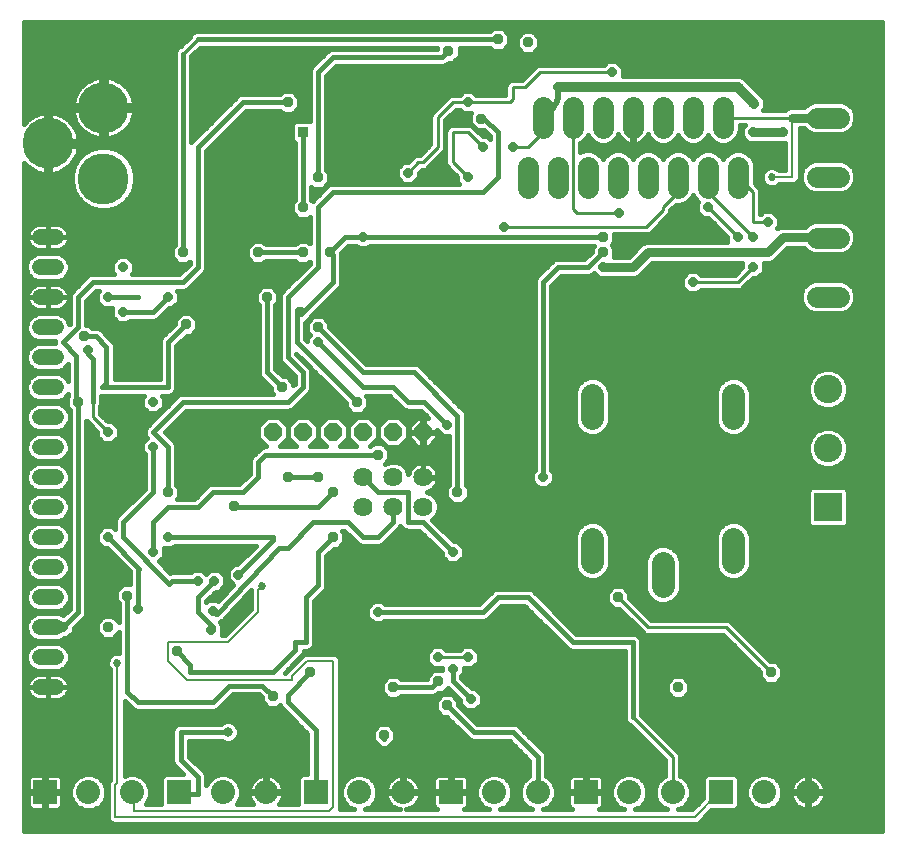
<source format=gbl>
G75*
%MOIN*%
%OFA0B0*%
%FSLAX25Y25*%
%IPPOS*%
%LPD*%
%AMOC8*
5,1,8,0,0,1.08239X$1,22.5*
%
%ADD10OC8,0.06000*%
%ADD11C,0.07087*%
%ADD12C,0.06400*%
%ADD13C,0.17000*%
%ADD14R,0.09500X0.09500*%
%ADD15C,0.09500*%
%ADD16C,0.07050*%
%ADD17C,0.07800*%
%ADD18R,0.08000X0.08000*%
%ADD19C,0.08000*%
%ADD20C,0.05200*%
%ADD21OC8,0.03562*%
%ADD22C,0.01600*%
%ADD23OC8,0.03200*%
%ADD24C,0.01000*%
%ADD25R,0.03562X0.03562*%
%ADD26C,0.03200*%
%ADD27C,0.00800*%
%ADD28C,0.02700*%
%ADD29C,0.03000*%
%ADD30C,0.03200*%
%ADD31C,0.02000*%
D10*
X0089167Y0136800D03*
X0099167Y0136800D03*
X0109167Y0136800D03*
X0119167Y0136800D03*
X0129167Y0136800D03*
X0139167Y0136800D03*
D11*
X0174167Y0218257D02*
X0174167Y0225343D01*
X0184167Y0225343D02*
X0184167Y0218257D01*
X0194167Y0218257D02*
X0194167Y0225343D01*
X0204167Y0225343D02*
X0204167Y0218257D01*
X0214167Y0218257D02*
X0214167Y0225343D01*
X0224167Y0225343D02*
X0224167Y0218257D01*
X0234167Y0218257D02*
X0234167Y0225343D01*
X0244167Y0225343D02*
X0244167Y0218257D01*
X0239167Y0238257D02*
X0239167Y0245343D01*
X0229167Y0245343D02*
X0229167Y0238257D01*
X0219167Y0238257D02*
X0219167Y0245343D01*
X0209167Y0245343D02*
X0209167Y0238257D01*
X0199167Y0238257D02*
X0199167Y0245343D01*
X0189167Y0245343D02*
X0189167Y0238257D01*
X0179167Y0238257D02*
X0179167Y0245343D01*
D12*
X0139167Y0121800D03*
X0139167Y0111800D03*
X0129167Y0111800D03*
X0119167Y0111800D03*
X0119167Y0121800D03*
X0129167Y0121800D03*
D13*
X0032667Y0221363D03*
X0014163Y0233174D03*
X0032667Y0244985D03*
D14*
X0274167Y0111800D03*
D15*
X0274167Y0131485D03*
X0274167Y0151170D03*
D16*
X0277692Y0181957D02*
X0270642Y0181957D01*
X0270642Y0201643D02*
X0277692Y0201643D01*
X0277692Y0221957D02*
X0270642Y0221957D01*
X0270642Y0241643D02*
X0277692Y0241643D01*
D17*
X0242667Y0149200D02*
X0242667Y0141400D01*
X0242667Y0101200D02*
X0242667Y0093400D01*
X0219167Y0093200D02*
X0219167Y0085400D01*
X0195667Y0093400D02*
X0195667Y0101200D01*
X0195667Y0141400D02*
X0195667Y0149200D01*
D18*
X0193467Y0016800D03*
X0238467Y0016800D03*
X0148467Y0016800D03*
X0103467Y0016800D03*
X0057967Y0016800D03*
X0013167Y0016800D03*
D19*
X0027646Y0016800D03*
X0042126Y0016800D03*
X0072446Y0016800D03*
X0086926Y0016800D03*
X0117946Y0016800D03*
X0132426Y0016800D03*
X0162946Y0016800D03*
X0177426Y0016800D03*
X0207946Y0016800D03*
X0222426Y0016800D03*
X0252946Y0016800D03*
X0267426Y0016800D03*
D20*
X0016767Y0051800D02*
X0011567Y0051800D01*
X0011567Y0061800D02*
X0016767Y0061800D01*
X0016767Y0071800D02*
X0011567Y0071800D01*
X0011567Y0081800D02*
X0016767Y0081800D01*
X0016767Y0091800D02*
X0011567Y0091800D01*
X0011567Y0101800D02*
X0016767Y0101800D01*
X0016767Y0111800D02*
X0011567Y0111800D01*
X0011567Y0121800D02*
X0016767Y0121800D01*
X0016767Y0131800D02*
X0011567Y0131800D01*
X0011567Y0141800D02*
X0016767Y0141800D01*
X0016767Y0151800D02*
X0011567Y0151800D01*
X0011567Y0161800D02*
X0016767Y0161800D01*
X0016767Y0171800D02*
X0011567Y0171800D01*
X0011567Y0181800D02*
X0016767Y0181800D01*
X0016767Y0191800D02*
X0011567Y0191800D01*
X0011567Y0201800D02*
X0016767Y0201800D01*
D21*
X0026167Y0168800D03*
X0024167Y0146800D03*
X0054167Y0116800D03*
X0076167Y0112300D03*
X0094167Y0121800D03*
X0104167Y0121800D03*
X0109167Y0116800D03*
X0109167Y0101800D03*
X0124167Y0129300D03*
X0117167Y0146800D03*
X0092167Y0151800D03*
X0104167Y0171800D03*
X0098167Y0176800D03*
X0087167Y0181800D03*
X0084167Y0196800D03*
X0099167Y0196800D03*
X0108167Y0196800D03*
X0099167Y0211800D03*
X0104167Y0221800D03*
X0094167Y0246800D03*
X0147667Y0263800D03*
X0164167Y0267800D03*
X0174167Y0266800D03*
X0158667Y0241300D03*
X0199167Y0201800D03*
X0199167Y0196800D03*
X0212667Y0201800D03*
X0150667Y0116800D03*
X0204167Y0081800D03*
X0224167Y0051800D03*
X0255167Y0056800D03*
X0147167Y0045800D03*
X0144167Y0053800D03*
X0129167Y0051800D03*
X0126167Y0035800D03*
X0101667Y0056800D03*
X0089167Y0048800D03*
X0057167Y0063800D03*
X0040667Y0082300D03*
X0034167Y0071800D03*
X0060167Y0172800D03*
X0059167Y0196800D03*
D22*
X0006167Y0226681D02*
X0006167Y0003800D01*
X0292088Y0003800D01*
X0292088Y0273501D01*
X0006167Y0273501D01*
X0006167Y0239667D01*
X0006470Y0240048D01*
X0007289Y0240866D01*
X0008193Y0241588D01*
X0009173Y0242203D01*
X0010215Y0242705D01*
X0011307Y0243087D01*
X0012435Y0243344D01*
X0013363Y0243449D01*
X0013363Y0233974D01*
X0014963Y0233974D01*
X0024438Y0233974D01*
X0024333Y0234902D01*
X0024076Y0236030D01*
X0023694Y0237122D01*
X0023192Y0238164D01*
X0022576Y0239144D01*
X0021855Y0240048D01*
X0021037Y0240866D01*
X0020132Y0241588D01*
X0019153Y0242203D01*
X0018111Y0242705D01*
X0017019Y0243087D01*
X0015891Y0243344D01*
X0014963Y0243449D01*
X0014963Y0233974D01*
X0014963Y0232374D01*
X0024438Y0232374D01*
X0024333Y0231446D01*
X0024076Y0230318D01*
X0023694Y0229226D01*
X0023192Y0228184D01*
X0022576Y0227204D01*
X0021855Y0226300D01*
X0021037Y0225482D01*
X0020132Y0224760D01*
X0019153Y0224145D01*
X0018111Y0223643D01*
X0017019Y0223261D01*
X0015891Y0223004D01*
X0014963Y0222899D01*
X0014963Y0232374D01*
X0013363Y0232374D01*
X0013363Y0222899D01*
X0012435Y0223004D01*
X0011307Y0223261D01*
X0010215Y0223643D01*
X0009173Y0224145D01*
X0008193Y0224760D01*
X0007289Y0225482D01*
X0006470Y0226300D01*
X0006167Y0226681D01*
X0006167Y0225592D02*
X0007179Y0225592D01*
X0006167Y0223993D02*
X0009488Y0223993D01*
X0006167Y0222395D02*
X0022167Y0222395D01*
X0022167Y0222745D02*
X0022167Y0219981D01*
X0022882Y0217310D01*
X0024265Y0214916D01*
X0026220Y0212961D01*
X0028614Y0211579D01*
X0031284Y0210863D01*
X0034049Y0210863D01*
X0036720Y0211579D01*
X0039114Y0212961D01*
X0041069Y0214916D01*
X0042451Y0217310D01*
X0043167Y0219981D01*
X0043167Y0222745D01*
X0042451Y0225416D01*
X0041069Y0227810D01*
X0039114Y0229765D01*
X0036720Y0231147D01*
X0034049Y0231863D01*
X0031284Y0231863D01*
X0028614Y0231147D01*
X0026220Y0229765D01*
X0024265Y0227810D01*
X0022882Y0225416D01*
X0022167Y0222745D01*
X0022501Y0223993D02*
X0018837Y0223993D01*
X0021147Y0225592D02*
X0022984Y0225592D01*
X0022565Y0227190D02*
X0023907Y0227190D01*
X0023483Y0228789D02*
X0025243Y0228789D01*
X0024091Y0230387D02*
X0027297Y0230387D01*
X0024394Y0231986D02*
X0056367Y0231986D01*
X0056367Y0233584D02*
X0014963Y0233584D01*
X0014963Y0231986D02*
X0013363Y0231986D01*
X0013363Y0230387D02*
X0014963Y0230387D01*
X0014963Y0228789D02*
X0013363Y0228789D01*
X0013363Y0227190D02*
X0014963Y0227190D01*
X0014963Y0225592D02*
X0013363Y0225592D01*
X0013363Y0223993D02*
X0014963Y0223993D01*
X0022167Y0220796D02*
X0006167Y0220796D01*
X0006167Y0219198D02*
X0022376Y0219198D01*
X0022805Y0217599D02*
X0006167Y0217599D01*
X0006167Y0216001D02*
X0023638Y0216001D01*
X0024778Y0214402D02*
X0006167Y0214402D01*
X0006167Y0212803D02*
X0026492Y0212803D01*
X0030008Y0211205D02*
X0006167Y0211205D01*
X0006167Y0209606D02*
X0056367Y0209606D01*
X0056367Y0208008D02*
X0006167Y0208008D01*
X0006167Y0206409D02*
X0056367Y0206409D01*
X0056367Y0204811D02*
X0019978Y0204811D01*
X0020123Y0204666D02*
X0019633Y0205156D01*
X0019073Y0205563D01*
X0018456Y0205878D01*
X0017797Y0206092D01*
X0017113Y0206200D01*
X0014167Y0206200D01*
X0014167Y0201800D01*
X0021167Y0201800D01*
X0021167Y0202146D01*
X0021058Y0202830D01*
X0020844Y0203489D01*
X0020530Y0204106D01*
X0020123Y0204666D01*
X0020934Y0203212D02*
X0056367Y0203212D01*
X0056367Y0201614D02*
X0021167Y0201614D01*
X0021167Y0201454D02*
X0021167Y0201800D01*
X0014167Y0201800D01*
X0014167Y0201800D01*
X0014167Y0201800D01*
X0014167Y0197400D01*
X0017113Y0197400D01*
X0017797Y0197508D01*
X0018456Y0197722D01*
X0019073Y0198037D01*
X0019633Y0198444D01*
X0020123Y0198934D01*
X0020530Y0199494D01*
X0020844Y0200111D01*
X0021058Y0200770D01*
X0021167Y0201454D01*
X0020796Y0200015D02*
X0056367Y0200015D01*
X0056367Y0199347D02*
X0055386Y0198366D01*
X0055386Y0195234D01*
X0057600Y0193019D01*
X0060733Y0193019D01*
X0061367Y0193653D01*
X0061367Y0192960D01*
X0058007Y0189600D01*
X0042058Y0189600D01*
X0042767Y0190309D01*
X0042767Y0193291D01*
X0040658Y0195400D01*
X0037675Y0195400D01*
X0035567Y0193291D01*
X0035567Y0190309D01*
X0036276Y0189600D01*
X0028610Y0189600D01*
X0027581Y0189174D01*
X0022581Y0184174D01*
X0022581Y0184174D01*
X0021793Y0183386D01*
X0021367Y0182357D01*
X0021367Y0172960D01*
X0021295Y0172888D01*
X0020666Y0174406D01*
X0019372Y0175700D01*
X0017682Y0176400D01*
X0010652Y0176400D01*
X0008961Y0175700D01*
X0007667Y0174406D01*
X0006967Y0172715D01*
X0006967Y0170885D01*
X0007667Y0169194D01*
X0008961Y0167900D01*
X0010652Y0167200D01*
X0016367Y0167200D01*
X0016367Y0166400D01*
X0010652Y0166400D01*
X0008961Y0165700D01*
X0007667Y0164406D01*
X0006967Y0162715D01*
X0006967Y0160885D01*
X0007667Y0159194D01*
X0008961Y0157900D01*
X0010652Y0157200D01*
X0017682Y0157200D01*
X0019372Y0157900D01*
X0020666Y0159194D01*
X0020867Y0159678D01*
X0020867Y0153922D01*
X0020666Y0154406D01*
X0019372Y0155700D01*
X0017682Y0156400D01*
X0010652Y0156400D01*
X0008961Y0155700D01*
X0007667Y0154406D01*
X0006967Y0152715D01*
X0006967Y0150885D01*
X0007667Y0149194D01*
X0008961Y0147900D01*
X0010652Y0147200D01*
X0017682Y0147200D01*
X0019372Y0147900D01*
X0020666Y0149194D01*
X0020867Y0149678D01*
X0020867Y0148847D01*
X0020386Y0148366D01*
X0020386Y0145234D01*
X0021367Y0144253D01*
X0021367Y0077960D01*
X0019184Y0075778D01*
X0017682Y0076400D01*
X0010652Y0076400D01*
X0008961Y0075700D01*
X0007667Y0074406D01*
X0006967Y0072715D01*
X0006967Y0070885D01*
X0007667Y0069194D01*
X0008961Y0067900D01*
X0010652Y0067200D01*
X0017682Y0067200D01*
X0019372Y0067900D01*
X0019672Y0068200D01*
X0020658Y0068200D01*
X0022767Y0070309D01*
X0022767Y0071440D01*
X0025753Y0074426D01*
X0026540Y0075214D01*
X0026967Y0076243D01*
X0026967Y0140578D01*
X0027047Y0140384D01*
X0030567Y0136864D01*
X0030567Y0135309D01*
X0032675Y0133200D01*
X0035658Y0133200D01*
X0037767Y0135309D01*
X0037767Y0138291D01*
X0035658Y0140400D01*
X0034102Y0140400D01*
X0031667Y0142836D01*
X0031667Y0145519D01*
X0031967Y0146243D01*
X0031967Y0149000D01*
X0046276Y0149000D01*
X0045567Y0148291D01*
X0045567Y0145309D01*
X0047675Y0143200D01*
X0050658Y0143200D01*
X0052767Y0145309D01*
X0052767Y0148291D01*
X0052058Y0149000D01*
X0054724Y0149000D01*
X0055753Y0149426D01*
X0056540Y0150214D01*
X0056967Y0151243D01*
X0056967Y0165640D01*
X0060345Y0169019D01*
X0061733Y0169019D01*
X0063948Y0171234D01*
X0063948Y0174366D01*
X0061733Y0176581D01*
X0058600Y0176581D01*
X0056386Y0174366D01*
X0056386Y0172979D01*
X0051793Y0168386D01*
X0051367Y0167357D01*
X0051367Y0154600D01*
X0036467Y0154600D01*
X0036467Y0165857D01*
X0036040Y0166886D01*
X0035253Y0167674D01*
X0035253Y0167674D01*
X0032540Y0170386D01*
X0031753Y0171174D01*
X0030724Y0171600D01*
X0028714Y0171600D01*
X0027733Y0172581D01*
X0026967Y0172581D01*
X0026967Y0180640D01*
X0030326Y0184000D01*
X0031276Y0184000D01*
X0030567Y0183291D01*
X0030567Y0180309D01*
X0032675Y0178200D01*
X0035567Y0178200D01*
X0035567Y0175309D01*
X0037675Y0173200D01*
X0040658Y0173200D01*
X0041458Y0174000D01*
X0049724Y0174000D01*
X0050753Y0174426D01*
X0051540Y0175214D01*
X0054526Y0178200D01*
X0055658Y0178200D01*
X0057767Y0180309D01*
X0057767Y0183291D01*
X0057058Y0184000D01*
X0059724Y0184000D01*
X0060753Y0184426D01*
X0065753Y0189426D01*
X0066540Y0190214D01*
X0066967Y0191243D01*
X0066967Y0230640D01*
X0080326Y0244000D01*
X0091619Y0244000D01*
X0092600Y0243019D01*
X0095733Y0243019D01*
X0097948Y0245234D01*
X0097948Y0248366D01*
X0095733Y0250581D01*
X0092600Y0250581D01*
X0091619Y0249600D01*
X0078610Y0249600D01*
X0077581Y0249174D01*
X0076793Y0248386D01*
X0061967Y0233560D01*
X0061967Y0262064D01*
X0064902Y0265000D01*
X0143886Y0265000D01*
X0143886Y0264600D01*
X0108610Y0264600D01*
X0107581Y0264174D01*
X0106793Y0263386D01*
X0101793Y0258386D01*
X0101367Y0257357D01*
X0101367Y0240581D01*
X0096557Y0240581D01*
X0095386Y0239410D01*
X0095386Y0234190D01*
X0096367Y0233209D01*
X0096367Y0214347D01*
X0095386Y0213366D01*
X0095386Y0210234D01*
X0097600Y0208019D01*
X0100733Y0208019D01*
X0101367Y0208653D01*
X0101367Y0199947D01*
X0100733Y0200581D01*
X0097600Y0200581D01*
X0096619Y0199600D01*
X0086714Y0199600D01*
X0085733Y0200581D01*
X0082600Y0200581D01*
X0080386Y0198366D01*
X0080386Y0195234D01*
X0082600Y0193019D01*
X0085733Y0193019D01*
X0086714Y0194000D01*
X0096619Y0194000D01*
X0097600Y0193019D01*
X0100733Y0193019D01*
X0101367Y0193653D01*
X0101367Y0192960D01*
X0091793Y0183386D01*
X0091367Y0182357D01*
X0091367Y0161243D01*
X0091793Y0160214D01*
X0096367Y0155640D01*
X0096367Y0152960D01*
X0095948Y0152541D01*
X0095948Y0153366D01*
X0093733Y0155581D01*
X0092345Y0155581D01*
X0089967Y0157960D01*
X0089967Y0179253D01*
X0090948Y0180234D01*
X0090948Y0183366D01*
X0088733Y0185581D01*
X0085600Y0185581D01*
X0083386Y0183366D01*
X0083386Y0180234D01*
X0084367Y0179253D01*
X0084367Y0156243D01*
X0084793Y0155214D01*
X0088386Y0151621D01*
X0088386Y0150234D01*
X0089019Y0149600D01*
X0058610Y0149600D01*
X0057581Y0149174D01*
X0056793Y0148386D01*
X0047581Y0139174D01*
X0047581Y0139174D01*
X0046793Y0138386D01*
X0046367Y0137357D01*
X0046367Y0136243D01*
X0046793Y0135214D01*
X0047141Y0134866D01*
X0045567Y0133291D01*
X0045567Y0130309D01*
X0046367Y0129509D01*
X0046367Y0117960D01*
X0037581Y0109174D01*
X0037581Y0109174D01*
X0036793Y0108386D01*
X0036367Y0107357D01*
X0036367Y0104691D01*
X0035658Y0105400D01*
X0032675Y0105400D01*
X0030567Y0103291D01*
X0030567Y0100309D01*
X0032675Y0098200D01*
X0033807Y0098200D01*
X0041367Y0090640D01*
X0041367Y0086081D01*
X0039100Y0086081D01*
X0036886Y0083866D01*
X0036886Y0080734D01*
X0037867Y0079753D01*
X0037867Y0073447D01*
X0035733Y0075581D01*
X0032600Y0075581D01*
X0030386Y0073366D01*
X0030386Y0070234D01*
X0032600Y0068019D01*
X0035733Y0068019D01*
X0037867Y0070153D01*
X0037867Y0063275D01*
X0036625Y0063275D01*
X0035394Y0062765D01*
X0034452Y0061823D01*
X0033942Y0060591D01*
X0033942Y0059259D01*
X0034452Y0058027D01*
X0034892Y0057587D01*
X0034892Y0020919D01*
X0034632Y0020659D01*
X0034267Y0019777D01*
X0034267Y0008198D01*
X0034632Y0007316D01*
X0035307Y0006640D01*
X0036189Y0006275D01*
X0230269Y0006275D01*
X0231151Y0006640D01*
X0235311Y0010800D01*
X0243295Y0010800D01*
X0244467Y0011972D01*
X0244467Y0021628D01*
X0243295Y0022800D01*
X0233638Y0022800D01*
X0232467Y0021628D01*
X0232467Y0014744D01*
X0228798Y0011075D01*
X0224283Y0011075D01*
X0225824Y0011713D01*
X0227512Y0013401D01*
X0228426Y0015607D01*
X0228426Y0017993D01*
X0227512Y0020199D01*
X0225824Y0021887D01*
X0224926Y0022259D01*
X0224926Y0029038D01*
X0224545Y0029957D01*
X0223842Y0030660D01*
X0211967Y0042536D01*
X0211967Y0067357D01*
X0211540Y0068386D01*
X0210753Y0069174D01*
X0209724Y0069600D01*
X0190326Y0069600D01*
X0176540Y0083386D01*
X0175753Y0084174D01*
X0174724Y0084600D01*
X0163610Y0084600D01*
X0162581Y0084174D01*
X0158007Y0079600D01*
X0126458Y0079600D01*
X0125658Y0080400D01*
X0122675Y0080400D01*
X0120567Y0078291D01*
X0120567Y0075309D01*
X0122675Y0073200D01*
X0125658Y0073200D01*
X0126458Y0074000D01*
X0159724Y0074000D01*
X0160753Y0074426D01*
X0161540Y0075214D01*
X0165326Y0079000D01*
X0173007Y0079000D01*
X0187581Y0064426D01*
X0188610Y0064000D01*
X0206367Y0064000D01*
X0206367Y0041243D01*
X0206793Y0040214D01*
X0207581Y0039426D01*
X0208305Y0039126D01*
X0219926Y0027505D01*
X0219926Y0022259D01*
X0219027Y0021887D01*
X0217339Y0020199D01*
X0216426Y0017993D01*
X0216426Y0015607D01*
X0217339Y0013401D01*
X0219027Y0011713D01*
X0220568Y0011075D01*
X0209804Y0011075D01*
X0211345Y0011713D01*
X0213033Y0013401D01*
X0213946Y0015607D01*
X0213946Y0017993D01*
X0213033Y0020199D01*
X0211345Y0021887D01*
X0209140Y0022800D01*
X0206753Y0022800D01*
X0204547Y0021887D01*
X0202860Y0020199D01*
X0201946Y0017993D01*
X0201946Y0015607D01*
X0202860Y0013401D01*
X0204547Y0011713D01*
X0206089Y0011075D01*
X0197983Y0011075D01*
X0198161Y0011123D01*
X0198572Y0011360D01*
X0198907Y0011695D01*
X0199144Y0012105D01*
X0199267Y0012563D01*
X0199267Y0016419D01*
X0193848Y0016419D01*
X0193848Y0017181D01*
X0199267Y0017181D01*
X0199267Y0021037D01*
X0199144Y0021495D01*
X0198907Y0021905D01*
X0198572Y0022240D01*
X0198161Y0022477D01*
X0197704Y0022600D01*
X0193848Y0022600D01*
X0193848Y0017181D01*
X0193086Y0017181D01*
X0193086Y0022600D01*
X0189230Y0022600D01*
X0188772Y0022477D01*
X0188361Y0022240D01*
X0188026Y0021905D01*
X0187789Y0021495D01*
X0187667Y0021037D01*
X0187667Y0017181D01*
X0193085Y0017181D01*
X0193085Y0016419D01*
X0187667Y0016419D01*
X0187667Y0012563D01*
X0187789Y0012105D01*
X0188026Y0011695D01*
X0188361Y0011360D01*
X0188772Y0011123D01*
X0188950Y0011075D01*
X0179283Y0011075D01*
X0180824Y0011713D01*
X0182512Y0013401D01*
X0183426Y0015607D01*
X0183426Y0017993D01*
X0182512Y0020199D01*
X0180824Y0021887D01*
X0180226Y0022135D01*
X0180226Y0029098D01*
X0179799Y0030127D01*
X0179012Y0030915D01*
X0170753Y0039174D01*
X0169724Y0039600D01*
X0157326Y0039600D01*
X0150948Y0045979D01*
X0150948Y0047366D01*
X0148733Y0049581D01*
X0145600Y0049581D01*
X0143386Y0047366D01*
X0143386Y0044234D01*
X0145600Y0042019D01*
X0146988Y0042019D01*
X0153793Y0035214D01*
X0154581Y0034426D01*
X0155610Y0034000D01*
X0168007Y0034000D01*
X0174626Y0027381D01*
X0174626Y0022135D01*
X0174027Y0021887D01*
X0172339Y0020199D01*
X0171426Y0017993D01*
X0171426Y0015607D01*
X0172339Y0013401D01*
X0174027Y0011713D01*
X0175568Y0011075D01*
X0164804Y0011075D01*
X0166345Y0011713D01*
X0168033Y0013401D01*
X0168946Y0015607D01*
X0168946Y0017993D01*
X0168033Y0020199D01*
X0166345Y0021887D01*
X0164140Y0022800D01*
X0161753Y0022800D01*
X0159547Y0021887D01*
X0157860Y0020199D01*
X0156946Y0017993D01*
X0156946Y0015607D01*
X0157860Y0013401D01*
X0159547Y0011713D01*
X0161089Y0011075D01*
X0152983Y0011075D01*
X0153161Y0011123D01*
X0153572Y0011360D01*
X0153907Y0011695D01*
X0154144Y0012105D01*
X0154267Y0012563D01*
X0154267Y0016419D01*
X0148848Y0016419D01*
X0148848Y0017181D01*
X0154267Y0017181D01*
X0154267Y0021037D01*
X0154144Y0021495D01*
X0153907Y0021905D01*
X0153572Y0022240D01*
X0153161Y0022477D01*
X0152704Y0022600D01*
X0148848Y0022600D01*
X0148848Y0017181D01*
X0148086Y0017181D01*
X0148086Y0022600D01*
X0144230Y0022600D01*
X0143772Y0022477D01*
X0143361Y0022240D01*
X0143026Y0021905D01*
X0142789Y0021495D01*
X0142667Y0021037D01*
X0142667Y0017181D01*
X0148085Y0017181D01*
X0148085Y0016419D01*
X0142667Y0016419D01*
X0142667Y0012563D01*
X0142789Y0012105D01*
X0143026Y0011695D01*
X0143361Y0011360D01*
X0143772Y0011123D01*
X0143950Y0011075D01*
X0133356Y0011075D01*
X0133784Y0011143D01*
X0134652Y0011425D01*
X0135466Y0011839D01*
X0136204Y0012376D01*
X0136850Y0013022D01*
X0137386Y0013760D01*
X0137801Y0014574D01*
X0138083Y0015442D01*
X0138226Y0016344D01*
X0138226Y0016419D01*
X0132807Y0016419D01*
X0132807Y0017181D01*
X0138226Y0017181D01*
X0138226Y0017256D01*
X0138083Y0018158D01*
X0137801Y0019026D01*
X0137386Y0019840D01*
X0136850Y0020578D01*
X0136204Y0021224D01*
X0135466Y0021761D01*
X0134652Y0022175D01*
X0133784Y0022457D01*
X0132882Y0022600D01*
X0132807Y0022600D01*
X0132807Y0017181D01*
X0132045Y0017181D01*
X0132045Y0022600D01*
X0131969Y0022600D01*
X0131068Y0022457D01*
X0130199Y0022175D01*
X0129386Y0021761D01*
X0128647Y0021224D01*
X0128002Y0020578D01*
X0127465Y0019840D01*
X0127051Y0019026D01*
X0126769Y0018158D01*
X0126626Y0017256D01*
X0126626Y0017181D01*
X0132045Y0017181D01*
X0132045Y0016419D01*
X0126626Y0016419D01*
X0126626Y0016344D01*
X0126769Y0015442D01*
X0127051Y0014574D01*
X0127465Y0013760D01*
X0128002Y0013022D01*
X0128647Y0012376D01*
X0129386Y0011839D01*
X0130199Y0011425D01*
X0131068Y0011143D01*
X0131496Y0011075D01*
X0119804Y0011075D01*
X0121345Y0011713D01*
X0123033Y0013401D01*
X0123946Y0015607D01*
X0123946Y0017993D01*
X0123033Y0020199D01*
X0121345Y0021887D01*
X0119140Y0022800D01*
X0116753Y0022800D01*
X0114547Y0021887D01*
X0112860Y0020199D01*
X0111946Y0017993D01*
X0111946Y0015607D01*
X0112860Y0013401D01*
X0114547Y0011713D01*
X0116089Y0011075D01*
X0111464Y0011075D01*
X0111567Y0011323D01*
X0111567Y0061027D01*
X0111201Y0061909D01*
X0110526Y0062585D01*
X0109644Y0062950D01*
X0099939Y0062950D01*
X0099057Y0062585D01*
X0098382Y0061909D01*
X0093382Y0056909D01*
X0093295Y0056700D01*
X0093026Y0056700D01*
X0098253Y0061926D01*
X0099040Y0062714D01*
X0099467Y0063743D01*
X0099467Y0064000D01*
X0100724Y0064000D01*
X0101753Y0064426D01*
X0102540Y0065214D01*
X0102967Y0066243D01*
X0102967Y0080640D01*
X0105753Y0083426D01*
X0106540Y0084214D01*
X0106967Y0085243D01*
X0106967Y0095640D01*
X0109345Y0098019D01*
X0110733Y0098019D01*
X0112948Y0100234D01*
X0112948Y0103366D01*
X0112314Y0104000D01*
X0113007Y0104000D01*
X0116793Y0100214D01*
X0117581Y0099426D01*
X0118610Y0099000D01*
X0124724Y0099000D01*
X0125753Y0099426D01*
X0130753Y0104426D01*
X0131540Y0105214D01*
X0131667Y0105519D01*
X0131793Y0105214D01*
X0132581Y0104426D01*
X0133610Y0104000D01*
X0138007Y0104000D01*
X0145567Y0096440D01*
X0145567Y0095309D01*
X0147675Y0093200D01*
X0150658Y0093200D01*
X0152767Y0095309D01*
X0152767Y0098291D01*
X0150658Y0100400D01*
X0149526Y0100400D01*
X0142323Y0107603D01*
X0143575Y0108854D01*
X0144367Y0110766D01*
X0144367Y0112834D01*
X0143575Y0114746D01*
X0142112Y0116208D01*
X0140365Y0116932D01*
X0141086Y0117166D01*
X0141787Y0117524D01*
X0142424Y0117986D01*
X0142980Y0118543D01*
X0143443Y0119179D01*
X0143800Y0119881D01*
X0144044Y0120629D01*
X0144167Y0121406D01*
X0144167Y0121714D01*
X0139253Y0121714D01*
X0139253Y0121886D01*
X0144167Y0121886D01*
X0144167Y0122194D01*
X0144044Y0122971D01*
X0143800Y0123719D01*
X0143443Y0124421D01*
X0142980Y0125057D01*
X0142424Y0125614D01*
X0141787Y0126076D01*
X0141086Y0126434D01*
X0140337Y0126677D01*
X0139560Y0126800D01*
X0139252Y0126800D01*
X0139252Y0121886D01*
X0139081Y0121886D01*
X0139081Y0126800D01*
X0138773Y0126800D01*
X0137996Y0126677D01*
X0137247Y0126434D01*
X0136546Y0126076D01*
X0135909Y0125614D01*
X0135353Y0125057D01*
X0134890Y0124421D01*
X0134533Y0123719D01*
X0134299Y0122998D01*
X0133575Y0124746D01*
X0132112Y0126208D01*
X0130201Y0127000D01*
X0128132Y0127000D01*
X0126565Y0126351D01*
X0127948Y0127734D01*
X0127948Y0130866D01*
X0125733Y0133081D01*
X0122600Y0133081D01*
X0121619Y0132100D01*
X0121538Y0132100D01*
X0124167Y0134729D01*
X0127096Y0131800D01*
X0131238Y0131800D01*
X0134167Y0134729D01*
X0134167Y0138871D01*
X0131238Y0141800D01*
X0127096Y0141800D01*
X0124167Y0138871D01*
X0124167Y0134729D01*
X0124167Y0138871D01*
X0121238Y0141800D01*
X0117096Y0141800D01*
X0114167Y0138871D01*
X0114167Y0134729D01*
X0116796Y0132100D01*
X0111538Y0132100D01*
X0114167Y0134729D01*
X0114167Y0138871D01*
X0111238Y0141800D01*
X0107096Y0141800D01*
X0104167Y0138871D01*
X0104167Y0134729D01*
X0106796Y0132100D01*
X0101538Y0132100D01*
X0104167Y0134729D01*
X0104167Y0138871D01*
X0101238Y0141800D01*
X0097096Y0141800D01*
X0094167Y0138871D01*
X0094167Y0134729D01*
X0096796Y0132100D01*
X0091538Y0132100D01*
X0094167Y0134729D01*
X0094167Y0138871D01*
X0091238Y0141800D01*
X0087096Y0141800D01*
X0084167Y0138871D01*
X0084167Y0134729D01*
X0086796Y0132100D01*
X0086110Y0132100D01*
X0085081Y0131674D01*
X0082581Y0129174D01*
X0081793Y0128386D01*
X0081367Y0127357D01*
X0081367Y0122960D01*
X0078007Y0119600D01*
X0068610Y0119600D01*
X0067581Y0119174D01*
X0066793Y0118386D01*
X0063007Y0114600D01*
X0057314Y0114600D01*
X0057948Y0115234D01*
X0057948Y0118366D01*
X0056967Y0119347D01*
X0056967Y0132357D01*
X0056540Y0133386D01*
X0055753Y0134174D01*
X0053126Y0136800D01*
X0060326Y0144000D01*
X0094724Y0144000D01*
X0095753Y0144426D01*
X0096540Y0145214D01*
X0101540Y0150214D01*
X0101967Y0151243D01*
X0101967Y0157357D01*
X0101540Y0158386D01*
X0100753Y0159174D01*
X0100753Y0159174D01*
X0096967Y0162960D01*
X0096967Y0163040D01*
X0113386Y0146621D01*
X0113386Y0145234D01*
X0115600Y0143019D01*
X0118733Y0143019D01*
X0120948Y0145234D01*
X0120948Y0148366D01*
X0120314Y0149000D01*
X0128007Y0149000D01*
X0131793Y0145214D01*
X0132581Y0144426D01*
X0133610Y0144000D01*
X0138507Y0144000D01*
X0140907Y0141600D01*
X0139367Y0141600D01*
X0139367Y0137000D01*
X0143967Y0137000D01*
X0143967Y0137409D01*
X0145675Y0135700D01*
X0147867Y0135700D01*
X0147867Y0119347D01*
X0146886Y0118366D01*
X0146886Y0115234D01*
X0149100Y0113019D01*
X0152233Y0113019D01*
X0154448Y0115234D01*
X0154448Y0118366D01*
X0153467Y0119347D01*
X0153467Y0142857D01*
X0153040Y0143886D01*
X0138540Y0158386D01*
X0137753Y0159174D01*
X0136724Y0159600D01*
X0120326Y0159600D01*
X0107948Y0171979D01*
X0107948Y0173366D01*
X0105733Y0175581D01*
X0102600Y0175581D01*
X0100386Y0173366D01*
X0100386Y0170234D01*
X0101447Y0169172D01*
X0100567Y0168291D01*
X0100567Y0167360D01*
X0099967Y0167960D01*
X0099967Y0173253D01*
X0101948Y0175234D01*
X0101948Y0175621D01*
X0110753Y0184426D01*
X0111540Y0185214D01*
X0111967Y0186243D01*
X0111967Y0196357D01*
X0111948Y0196403D01*
X0111948Y0196621D01*
X0114326Y0199000D01*
X0116875Y0199000D01*
X0117675Y0198200D01*
X0120658Y0198200D01*
X0121458Y0199000D01*
X0196019Y0199000D01*
X0195386Y0198366D01*
X0195386Y0196979D01*
X0193007Y0194600D01*
X0183610Y0194600D01*
X0182581Y0194174D01*
X0177581Y0189174D01*
X0176793Y0188386D01*
X0176367Y0187357D01*
X0176367Y0124091D01*
X0175567Y0123291D01*
X0175567Y0120309D01*
X0177675Y0118200D01*
X0180658Y0118200D01*
X0182767Y0120309D01*
X0182767Y0123291D01*
X0181967Y0124091D01*
X0181967Y0185640D01*
X0185326Y0189000D01*
X0194724Y0189000D01*
X0195753Y0189426D01*
X0196101Y0189775D01*
X0197675Y0188200D01*
X0200658Y0188200D01*
X0200758Y0188300D01*
X0209863Y0188300D01*
X0211149Y0188833D01*
X0212134Y0189817D01*
X0215616Y0193300D01*
X0245576Y0193300D01*
X0245567Y0193291D01*
X0245567Y0191736D01*
X0243131Y0189300D01*
X0231758Y0189300D01*
X0230658Y0190400D01*
X0227675Y0190400D01*
X0225567Y0188291D01*
X0225567Y0185309D01*
X0227675Y0183200D01*
X0230658Y0183200D01*
X0231758Y0184300D01*
X0244664Y0184300D01*
X0245583Y0184681D01*
X0246286Y0185384D01*
X0249102Y0188200D01*
X0250658Y0188200D01*
X0252767Y0190309D01*
X0252767Y0193291D01*
X0252758Y0193300D01*
X0254863Y0193300D01*
X0256149Y0193833D01*
X0257134Y0194817D01*
X0260616Y0198300D01*
X0266171Y0198300D01*
X0267512Y0196959D01*
X0269543Y0196118D01*
X0278791Y0196118D01*
X0280821Y0196959D01*
X0282376Y0198513D01*
X0283217Y0200544D01*
X0283217Y0202742D01*
X0282376Y0204772D01*
X0280821Y0206326D01*
X0278791Y0207168D01*
X0269543Y0207168D01*
X0267512Y0206326D01*
X0266486Y0205300D01*
X0258470Y0205300D01*
X0257254Y0204796D01*
X0257767Y0205309D01*
X0257767Y0208291D01*
X0255658Y0210400D01*
X0252675Y0210400D01*
X0251667Y0209391D01*
X0251667Y0217297D01*
X0251286Y0218216D01*
X0250583Y0218919D01*
X0249710Y0219792D01*
X0249710Y0226446D01*
X0248866Y0228483D01*
X0247307Y0230043D01*
X0245269Y0230887D01*
X0243064Y0230887D01*
X0241027Y0230043D01*
X0239467Y0228483D01*
X0239167Y0227758D01*
X0238866Y0228483D01*
X0237307Y0230043D01*
X0235269Y0230887D01*
X0233064Y0230887D01*
X0231027Y0230043D01*
X0229467Y0228483D01*
X0229167Y0227758D01*
X0228866Y0228483D01*
X0227307Y0230043D01*
X0225269Y0230887D01*
X0223064Y0230887D01*
X0221027Y0230043D01*
X0219467Y0228483D01*
X0219167Y0227758D01*
X0218866Y0228483D01*
X0217307Y0230043D01*
X0215269Y0230887D01*
X0213064Y0230887D01*
X0211027Y0230043D01*
X0209467Y0228483D01*
X0209167Y0227758D01*
X0208866Y0228483D01*
X0207307Y0230043D01*
X0205269Y0230887D01*
X0203064Y0230887D01*
X0201027Y0230043D01*
X0199467Y0228483D01*
X0199167Y0227758D01*
X0198866Y0228483D01*
X0197307Y0230043D01*
X0195269Y0230887D01*
X0193064Y0230887D01*
X0191667Y0230308D01*
X0191667Y0233292D01*
X0192307Y0233557D01*
X0193866Y0235117D01*
X0194167Y0235842D01*
X0194467Y0235117D01*
X0196027Y0233557D01*
X0198064Y0232713D01*
X0200269Y0232713D01*
X0202307Y0233557D01*
X0203866Y0235117D01*
X0204271Y0236095D01*
X0204597Y0235456D01*
X0205091Y0234776D01*
X0205686Y0234181D01*
X0206366Y0233687D01*
X0207116Y0233305D01*
X0207915Y0233045D01*
X0208746Y0232913D01*
X0208786Y0232913D01*
X0208786Y0241419D01*
X0209548Y0241419D01*
X0209548Y0232913D01*
X0209587Y0232913D01*
X0210418Y0233045D01*
X0211218Y0233305D01*
X0211967Y0233687D01*
X0212648Y0234181D01*
X0213242Y0234776D01*
X0213737Y0235456D01*
X0214062Y0236095D01*
X0214467Y0235117D01*
X0216027Y0233557D01*
X0218064Y0232713D01*
X0220269Y0232713D01*
X0222307Y0233557D01*
X0223866Y0235117D01*
X0224167Y0235842D01*
X0224467Y0235117D01*
X0226027Y0233557D01*
X0228064Y0232713D01*
X0230269Y0232713D01*
X0232307Y0233557D01*
X0233866Y0235117D01*
X0234167Y0235842D01*
X0234467Y0235117D01*
X0236027Y0233557D01*
X0238064Y0232713D01*
X0240269Y0232713D01*
X0242307Y0233557D01*
X0243866Y0235117D01*
X0244710Y0237154D01*
X0244710Y0239143D01*
X0246418Y0239143D01*
X0245567Y0238291D01*
X0245567Y0235309D01*
X0247675Y0233200D01*
X0250658Y0233200D01*
X0250758Y0233300D01*
X0257575Y0233300D01*
X0257675Y0233200D01*
X0259892Y0233200D01*
X0259892Y0224200D01*
X0257754Y0224200D01*
X0257314Y0224640D01*
X0256083Y0225150D01*
X0254750Y0225150D01*
X0253519Y0224640D01*
X0252577Y0223698D01*
X0252067Y0222466D01*
X0252067Y0221134D01*
X0252577Y0219902D01*
X0253519Y0218960D01*
X0254750Y0218450D01*
X0256083Y0218450D01*
X0257314Y0218960D01*
X0257754Y0219400D01*
X0262769Y0219400D01*
X0263651Y0219765D01*
X0264326Y0220441D01*
X0264692Y0221323D01*
X0264692Y0238143D01*
X0266328Y0238143D01*
X0267512Y0236959D01*
X0269543Y0236118D01*
X0278791Y0236118D01*
X0280821Y0236959D01*
X0282376Y0238513D01*
X0283217Y0240544D01*
X0283217Y0242742D01*
X0282376Y0244772D01*
X0280821Y0246326D01*
X0278791Y0247168D01*
X0269543Y0247168D01*
X0267512Y0246326D01*
X0266328Y0245143D01*
X0261595Y0245143D01*
X0260309Y0244610D01*
X0259842Y0244143D01*
X0252600Y0244143D01*
X0252719Y0244261D01*
X0253267Y0244809D01*
X0253267Y0247791D01*
X0252719Y0248339D01*
X0252719Y0248339D01*
X0247219Y0253839D01*
X0246206Y0254852D01*
X0244883Y0255400D01*
X0205767Y0255400D01*
X0205767Y0258291D01*
X0203658Y0260400D01*
X0200675Y0260400D01*
X0199576Y0259300D01*
X0177669Y0259300D01*
X0176751Y0258919D01*
X0172131Y0254300D01*
X0168669Y0254300D01*
X0167751Y0253919D01*
X0167047Y0253216D01*
X0166667Y0252297D01*
X0166667Y0249300D01*
X0156758Y0249300D01*
X0155658Y0250400D01*
X0152675Y0250400D01*
X0151576Y0249300D01*
X0148669Y0249300D01*
X0147751Y0248919D01*
X0142751Y0243919D01*
X0142047Y0243216D01*
X0141667Y0242297D01*
X0141667Y0232836D01*
X0138131Y0229300D01*
X0137169Y0229300D01*
X0136251Y0228919D01*
X0134231Y0226900D01*
X0132675Y0226900D01*
X0130567Y0224791D01*
X0130567Y0221809D01*
X0132675Y0219700D01*
X0135658Y0219700D01*
X0137767Y0221809D01*
X0137767Y0223364D01*
X0138702Y0224300D01*
X0139664Y0224300D01*
X0140583Y0224681D01*
X0141286Y0225384D01*
X0146286Y0230384D01*
X0146667Y0231303D01*
X0146667Y0240764D01*
X0150202Y0244300D01*
X0151576Y0244300D01*
X0152675Y0243200D01*
X0155219Y0243200D01*
X0154886Y0242866D01*
X0154886Y0239734D01*
X0157100Y0237519D01*
X0159488Y0237519D01*
X0161367Y0235640D01*
X0161367Y0234691D01*
X0160658Y0235400D01*
X0159102Y0235400D01*
X0156286Y0238216D01*
X0155583Y0238919D01*
X0154664Y0239300D01*
X0148669Y0239300D01*
X0147751Y0238919D01*
X0147047Y0238216D01*
X0146667Y0237297D01*
X0146667Y0226303D01*
X0147047Y0225384D01*
X0147751Y0224681D01*
X0150567Y0221864D01*
X0150567Y0220309D01*
X0151276Y0219600D01*
X0108610Y0219600D01*
X0107581Y0219174D01*
X0102581Y0214174D01*
X0102360Y0213954D01*
X0101967Y0214347D01*
X0101967Y0218653D01*
X0102600Y0218019D01*
X0105733Y0218019D01*
X0107948Y0220234D01*
X0107948Y0223366D01*
X0106967Y0224347D01*
X0106967Y0255640D01*
X0110326Y0259000D01*
X0146224Y0259000D01*
X0147253Y0259426D01*
X0147845Y0260019D01*
X0149233Y0260019D01*
X0151448Y0262234D01*
X0151448Y0265000D01*
X0161619Y0265000D01*
X0162600Y0264019D01*
X0165733Y0264019D01*
X0167948Y0266234D01*
X0167948Y0269366D01*
X0165733Y0271581D01*
X0162600Y0271581D01*
X0161619Y0270600D01*
X0063610Y0270600D01*
X0062581Y0270174D01*
X0061793Y0269386D01*
X0061493Y0268662D01*
X0058305Y0265474D01*
X0057581Y0265174D01*
X0056793Y0264386D01*
X0056367Y0263357D01*
X0056367Y0199347D01*
X0055436Y0198417D02*
X0019596Y0198417D01*
X0019372Y0195700D02*
X0017682Y0196400D01*
X0010652Y0196400D01*
X0008961Y0195700D01*
X0007667Y0194406D01*
X0006967Y0192715D01*
X0006967Y0190885D01*
X0007667Y0189194D01*
X0008961Y0187900D01*
X0010652Y0187200D01*
X0017682Y0187200D01*
X0019372Y0187900D01*
X0020666Y0189194D01*
X0021367Y0190885D01*
X0021367Y0192715D01*
X0020666Y0194406D01*
X0019372Y0195700D01*
X0019852Y0195220D02*
X0037495Y0195220D01*
X0035897Y0193621D02*
X0020991Y0193621D01*
X0021367Y0192023D02*
X0035567Y0192023D01*
X0035567Y0190424D02*
X0021176Y0190424D01*
X0020298Y0188826D02*
X0027233Y0188826D01*
X0025634Y0187227D02*
X0017748Y0187227D01*
X0017797Y0186092D02*
X0017113Y0186200D01*
X0014167Y0186200D01*
X0014167Y0181800D01*
X0021167Y0181800D01*
X0021167Y0182146D01*
X0021058Y0182830D01*
X0020844Y0183489D01*
X0020530Y0184106D01*
X0020123Y0184666D01*
X0019633Y0185156D01*
X0019073Y0185563D01*
X0018456Y0185878D01*
X0017797Y0186092D01*
X0018944Y0185629D02*
X0024036Y0185629D01*
X0022437Y0184030D02*
X0020568Y0184030D01*
X0021121Y0182432D02*
X0021398Y0182432D01*
X0021167Y0181800D02*
X0014167Y0181800D01*
X0014167Y0181800D01*
X0014167Y0181800D01*
X0014167Y0177400D01*
X0017113Y0177400D01*
X0017797Y0177508D01*
X0018456Y0177722D01*
X0019073Y0178037D01*
X0019633Y0178444D01*
X0020123Y0178934D01*
X0020530Y0179494D01*
X0020844Y0180111D01*
X0021058Y0180770D01*
X0021167Y0181454D01*
X0021167Y0181800D01*
X0021068Y0180833D02*
X0021367Y0180833D01*
X0021367Y0179235D02*
X0020342Y0179235D01*
X0021367Y0177636D02*
X0018191Y0177636D01*
X0018556Y0176038D02*
X0021367Y0176038D01*
X0021367Y0174439D02*
X0020633Y0174439D01*
X0024167Y0171800D02*
X0024167Y0181800D01*
X0029167Y0186800D01*
X0059167Y0186800D01*
X0064167Y0191800D01*
X0064167Y0231800D01*
X0079167Y0246800D01*
X0094167Y0246800D01*
X0096745Y0249569D02*
X0101367Y0249569D01*
X0101367Y0247971D02*
X0097948Y0247971D01*
X0097948Y0246372D02*
X0101367Y0246372D01*
X0101367Y0244774D02*
X0097488Y0244774D01*
X0095889Y0243175D02*
X0101367Y0243175D01*
X0101367Y0241577D02*
X0077903Y0241577D01*
X0079502Y0243175D02*
X0092444Y0243175D01*
X0095954Y0239978D02*
X0076305Y0239978D01*
X0074706Y0238380D02*
X0095386Y0238380D01*
X0095386Y0236781D02*
X0073108Y0236781D01*
X0071509Y0235183D02*
X0095386Y0235183D01*
X0095992Y0233584D02*
X0069911Y0233584D01*
X0068312Y0231986D02*
X0096367Y0231986D01*
X0096367Y0230387D02*
X0066967Y0230387D01*
X0066967Y0228789D02*
X0096367Y0228789D01*
X0096367Y0227190D02*
X0066967Y0227190D01*
X0066967Y0225592D02*
X0096367Y0225592D01*
X0096367Y0223993D02*
X0066967Y0223993D01*
X0066967Y0222395D02*
X0096367Y0222395D01*
X0096367Y0220796D02*
X0066967Y0220796D01*
X0066967Y0219198D02*
X0096367Y0219198D01*
X0096367Y0217599D02*
X0066967Y0217599D01*
X0066967Y0216001D02*
X0096367Y0216001D01*
X0096367Y0214402D02*
X0066967Y0214402D01*
X0066967Y0212803D02*
X0095386Y0212803D01*
X0095386Y0211205D02*
X0066967Y0211205D01*
X0066967Y0209606D02*
X0096013Y0209606D01*
X0099167Y0211800D02*
X0099167Y0236800D01*
X0106967Y0236781D02*
X0141667Y0236781D01*
X0141667Y0235183D02*
X0106967Y0235183D01*
X0106967Y0233584D02*
X0141667Y0233584D01*
X0140817Y0231986D02*
X0106967Y0231986D01*
X0106967Y0230387D02*
X0139218Y0230387D01*
X0143092Y0227190D02*
X0146667Y0227190D01*
X0146667Y0228789D02*
X0144691Y0228789D01*
X0146287Y0230387D02*
X0146667Y0230387D01*
X0146667Y0231986D02*
X0146667Y0231986D01*
X0146667Y0233584D02*
X0146667Y0233584D01*
X0146667Y0235183D02*
X0146667Y0235183D01*
X0146667Y0236781D02*
X0146667Y0236781D01*
X0146667Y0238380D02*
X0147211Y0238380D01*
X0146667Y0239978D02*
X0154886Y0239978D01*
X0154886Y0241577D02*
X0147479Y0241577D01*
X0149077Y0243175D02*
X0155195Y0243175D01*
X0158667Y0241300D02*
X0159667Y0241300D01*
X0164167Y0236800D01*
X0164167Y0221800D01*
X0159167Y0216800D01*
X0109167Y0216800D01*
X0104167Y0211800D01*
X0104167Y0191800D01*
X0094167Y0181800D01*
X0094167Y0161800D01*
X0099167Y0156800D01*
X0099167Y0151800D01*
X0094167Y0146800D01*
X0059167Y0146800D01*
X0049167Y0136800D01*
X0054167Y0131800D01*
X0054167Y0116800D01*
X0057948Y0116893D02*
X0065300Y0116893D01*
X0066793Y0118386D02*
X0066793Y0118386D01*
X0066898Y0118491D02*
X0057823Y0118491D01*
X0056967Y0120090D02*
X0078497Y0120090D01*
X0080095Y0121688D02*
X0056967Y0121688D01*
X0056967Y0123287D02*
X0081367Y0123287D01*
X0081367Y0124885D02*
X0056967Y0124885D01*
X0056967Y0126484D02*
X0081367Y0126484D01*
X0081667Y0128082D02*
X0056967Y0128082D01*
X0056967Y0129681D02*
X0083088Y0129681D01*
X0084686Y0131279D02*
X0056967Y0131279D01*
X0056751Y0132878D02*
X0086018Y0132878D01*
X0084419Y0134476D02*
X0055450Y0134476D01*
X0053851Y0136075D02*
X0084167Y0136075D01*
X0084167Y0137673D02*
X0054000Y0137673D01*
X0055598Y0139272D02*
X0084568Y0139272D01*
X0086166Y0140870D02*
X0057197Y0140870D01*
X0058795Y0142469D02*
X0140038Y0142469D01*
X0138967Y0141600D02*
X0137178Y0141600D01*
X0134367Y0138788D01*
X0134367Y0137000D01*
X0138967Y0137000D01*
X0138967Y0141600D01*
X0138967Y0140870D02*
X0139367Y0140870D01*
X0139367Y0139272D02*
X0138967Y0139272D01*
X0138967Y0137673D02*
X0139367Y0137673D01*
X0139367Y0137000D02*
X0138967Y0137000D01*
X0138967Y0136600D01*
X0139367Y0136600D01*
X0139367Y0137000D01*
X0139367Y0136600D02*
X0143967Y0136600D01*
X0143967Y0134812D01*
X0141155Y0132000D01*
X0139367Y0132000D01*
X0139367Y0136600D01*
X0138967Y0136600D02*
X0138967Y0132000D01*
X0137178Y0132000D01*
X0134367Y0134812D01*
X0134367Y0136600D01*
X0138967Y0136600D01*
X0138967Y0136075D02*
X0139367Y0136075D01*
X0139367Y0134476D02*
X0138967Y0134476D01*
X0138967Y0132878D02*
X0139367Y0132878D01*
X0142033Y0132878D02*
X0147867Y0132878D01*
X0147867Y0134476D02*
X0143631Y0134476D01*
X0143967Y0136075D02*
X0145301Y0136075D01*
X0147167Y0139300D02*
X0139667Y0146800D01*
X0134167Y0146800D01*
X0129167Y0151800D01*
X0119167Y0151800D01*
X0104167Y0166800D01*
X0100976Y0169644D02*
X0099967Y0169644D01*
X0099967Y0171242D02*
X0100386Y0171242D01*
X0100386Y0172841D02*
X0099967Y0172841D01*
X0101153Y0174439D02*
X0101459Y0174439D01*
X0102364Y0176038D02*
X0176367Y0176038D01*
X0176367Y0177636D02*
X0103963Y0177636D01*
X0105561Y0179235D02*
X0176367Y0179235D01*
X0176367Y0180833D02*
X0107160Y0180833D01*
X0108758Y0182432D02*
X0176367Y0182432D01*
X0176367Y0184030D02*
X0110357Y0184030D01*
X0110753Y0184426D02*
X0110753Y0184426D01*
X0111712Y0185629D02*
X0176367Y0185629D01*
X0176367Y0187227D02*
X0111967Y0187227D01*
X0111967Y0188826D02*
X0177233Y0188826D01*
X0178831Y0190424D02*
X0111967Y0190424D01*
X0111967Y0192023D02*
X0180430Y0192023D01*
X0182028Y0193621D02*
X0111967Y0193621D01*
X0111967Y0195220D02*
X0193627Y0195220D01*
X0195225Y0196818D02*
X0112145Y0196818D01*
X0113743Y0198417D02*
X0117459Y0198417D01*
X0120875Y0198417D02*
X0195436Y0198417D01*
X0199167Y0196800D02*
X0194167Y0191800D01*
X0184167Y0191800D01*
X0179167Y0186800D01*
X0179167Y0121800D01*
X0182767Y0121688D02*
X0292088Y0121688D01*
X0292088Y0120090D02*
X0182548Y0120090D01*
X0180949Y0118491D02*
X0268530Y0118491D01*
X0268588Y0118550D02*
X0267417Y0117378D01*
X0267417Y0106222D01*
X0268588Y0105050D01*
X0279745Y0105050D01*
X0280917Y0106222D01*
X0280917Y0117378D01*
X0279745Y0118550D01*
X0268588Y0118550D01*
X0267417Y0116893D02*
X0154448Y0116893D01*
X0154448Y0115294D02*
X0267417Y0115294D01*
X0267417Y0113696D02*
X0152910Y0113696D01*
X0150667Y0116800D02*
X0150667Y0142300D01*
X0136167Y0156800D01*
X0119167Y0156800D01*
X0104167Y0171800D01*
X0106875Y0174439D02*
X0176367Y0174439D01*
X0176367Y0172841D02*
X0107948Y0172841D01*
X0108684Y0171242D02*
X0176367Y0171242D01*
X0176367Y0169644D02*
X0110283Y0169644D01*
X0111881Y0168045D02*
X0176367Y0168045D01*
X0176367Y0166447D02*
X0113480Y0166447D01*
X0115078Y0164848D02*
X0176367Y0164848D01*
X0176367Y0163250D02*
X0116677Y0163250D01*
X0118275Y0161651D02*
X0176367Y0161651D01*
X0176367Y0160053D02*
X0119874Y0160053D01*
X0120451Y0148863D02*
X0128144Y0148863D01*
X0129742Y0147265D02*
X0120948Y0147265D01*
X0120948Y0145666D02*
X0131341Y0145666D01*
X0133447Y0144068D02*
X0119781Y0144068D01*
X0117167Y0146800D02*
X0097167Y0166800D01*
X0097167Y0175800D01*
X0098167Y0176800D01*
X0099167Y0176800D01*
X0109167Y0186800D01*
X0109167Y0195800D01*
X0108167Y0196800D01*
X0113167Y0201800D01*
X0119167Y0201800D01*
X0199167Y0201800D01*
X0202948Y0201614D02*
X0240567Y0201614D01*
X0240567Y0201864D02*
X0240567Y0200309D01*
X0240576Y0200300D01*
X0213470Y0200300D01*
X0212184Y0199767D01*
X0207717Y0195300D01*
X0202948Y0195300D01*
X0202948Y0198366D01*
X0202014Y0199300D01*
X0202948Y0200234D01*
X0202948Y0202800D01*
X0214164Y0202800D01*
X0215083Y0203181D01*
X0221286Y0209384D01*
X0221667Y0210303D01*
X0221667Y0210764D01*
X0223616Y0212713D01*
X0225269Y0212713D01*
X0227307Y0213557D01*
X0228866Y0215117D01*
X0229167Y0215842D01*
X0229467Y0215117D01*
X0230930Y0213654D01*
X0230567Y0213291D01*
X0230567Y0210309D01*
X0232675Y0208200D01*
X0234231Y0208200D01*
X0240567Y0201864D01*
X0239219Y0203212D02*
X0215115Y0203212D01*
X0216713Y0204811D02*
X0237620Y0204811D01*
X0236022Y0206409D02*
X0218312Y0206409D01*
X0219910Y0208008D02*
X0234423Y0208008D01*
X0231269Y0209606D02*
X0221378Y0209606D01*
X0222107Y0211205D02*
X0230567Y0211205D01*
X0230567Y0212803D02*
X0225487Y0212803D01*
X0228151Y0214402D02*
X0230182Y0214402D01*
X0229773Y0228789D02*
X0228561Y0228789D01*
X0226475Y0230387D02*
X0231858Y0230387D01*
X0232334Y0233584D02*
X0236000Y0233584D01*
X0234440Y0235183D02*
X0233893Y0235183D01*
X0236475Y0230387D02*
X0241858Y0230387D01*
X0239773Y0228789D02*
X0238561Y0228789D01*
X0242334Y0233584D02*
X0247291Y0233584D01*
X0245693Y0235183D02*
X0243893Y0235183D01*
X0244555Y0236781D02*
X0245567Y0236781D01*
X0245655Y0238380D02*
X0244710Y0238380D01*
X0246475Y0230387D02*
X0259892Y0230387D01*
X0259892Y0228789D02*
X0248561Y0228789D01*
X0249402Y0227190D02*
X0259892Y0227190D01*
X0259892Y0225592D02*
X0249710Y0225592D01*
X0249710Y0223993D02*
X0252872Y0223993D01*
X0252067Y0222395D02*
X0249710Y0222395D01*
X0249710Y0220796D02*
X0252206Y0220796D01*
X0253281Y0219198D02*
X0250305Y0219198D01*
X0251542Y0217599D02*
X0267187Y0217599D01*
X0267512Y0217274D02*
X0269543Y0216432D01*
X0278791Y0216432D01*
X0280821Y0217274D01*
X0282376Y0218828D01*
X0283217Y0220858D01*
X0283217Y0223056D01*
X0282376Y0225087D01*
X0280821Y0226641D01*
X0278791Y0227482D01*
X0269543Y0227482D01*
X0267512Y0226641D01*
X0265958Y0225087D01*
X0265117Y0223056D01*
X0265117Y0220858D01*
X0265958Y0218828D01*
X0267512Y0217274D01*
X0265805Y0219198D02*
X0257552Y0219198D01*
X0251667Y0216001D02*
X0292088Y0216001D01*
X0292088Y0217599D02*
X0281147Y0217599D01*
X0282529Y0219198D02*
X0292088Y0219198D01*
X0292088Y0220796D02*
X0283191Y0220796D01*
X0283217Y0222395D02*
X0292088Y0222395D01*
X0292088Y0223993D02*
X0282829Y0223993D01*
X0281871Y0225592D02*
X0292088Y0225592D01*
X0292088Y0227190D02*
X0279497Y0227190D01*
X0280393Y0236781D02*
X0292088Y0236781D01*
X0292088Y0235183D02*
X0264692Y0235183D01*
X0264692Y0236781D02*
X0267940Y0236781D01*
X0264692Y0233584D02*
X0292088Y0233584D01*
X0292088Y0231986D02*
X0264692Y0231986D01*
X0264692Y0230387D02*
X0292088Y0230387D01*
X0292088Y0228789D02*
X0264692Y0228789D01*
X0264692Y0227190D02*
X0268837Y0227190D01*
X0266462Y0225592D02*
X0264692Y0225592D01*
X0264692Y0223993D02*
X0265505Y0223993D01*
X0265117Y0222395D02*
X0264692Y0222395D01*
X0264474Y0220796D02*
X0265143Y0220796D01*
X0259892Y0231986D02*
X0191667Y0231986D01*
X0191667Y0230387D02*
X0191858Y0230387D01*
X0192334Y0233584D02*
X0196000Y0233584D01*
X0194440Y0235183D02*
X0193893Y0235183D01*
X0196475Y0230387D02*
X0201858Y0230387D01*
X0199773Y0228789D02*
X0198561Y0228789D01*
X0202334Y0233584D02*
X0206567Y0233584D01*
X0208786Y0233584D02*
X0209548Y0233584D01*
X0209548Y0235183D02*
X0208786Y0235183D01*
X0208786Y0236781D02*
X0209548Y0236781D01*
X0209548Y0238380D02*
X0208786Y0238380D01*
X0208786Y0239978D02*
X0209548Y0239978D01*
X0213538Y0235183D02*
X0214440Y0235183D01*
X0216000Y0233584D02*
X0211766Y0233584D01*
X0211858Y0230387D02*
X0206475Y0230387D01*
X0208561Y0228789D02*
X0209773Y0228789D01*
X0204795Y0235183D02*
X0203893Y0235183D01*
X0216475Y0230387D02*
X0221858Y0230387D01*
X0219773Y0228789D02*
X0218561Y0228789D01*
X0222334Y0233584D02*
X0226000Y0233584D01*
X0224440Y0235183D02*
X0223893Y0235183D01*
X0205767Y0255963D02*
X0292088Y0255963D01*
X0292088Y0254365D02*
X0246693Y0254365D01*
X0248292Y0252766D02*
X0292088Y0252766D01*
X0292088Y0251168D02*
X0249890Y0251168D01*
X0251489Y0249569D02*
X0292088Y0249569D01*
X0292088Y0247971D02*
X0253087Y0247971D01*
X0253267Y0246372D02*
X0267623Y0246372D01*
X0260705Y0244774D02*
X0253232Y0244774D01*
X0252719Y0244261D02*
X0252719Y0244261D01*
X0280711Y0246372D02*
X0292088Y0246372D01*
X0292088Y0244774D02*
X0282374Y0244774D01*
X0283037Y0243175D02*
X0292088Y0243175D01*
X0292088Y0241577D02*
X0283217Y0241577D01*
X0282982Y0239978D02*
X0292088Y0239978D01*
X0292088Y0238380D02*
X0282242Y0238380D01*
X0292088Y0257562D02*
X0205767Y0257562D01*
X0204897Y0259160D02*
X0292088Y0259160D01*
X0292088Y0260759D02*
X0149973Y0260759D01*
X0151448Y0262357D02*
X0292088Y0262357D01*
X0292088Y0263956D02*
X0176670Y0263956D01*
X0175733Y0263019D02*
X0172600Y0263019D01*
X0170386Y0265234D01*
X0170386Y0268366D01*
X0172600Y0270581D01*
X0175733Y0270581D01*
X0177948Y0268366D01*
X0177948Y0265234D01*
X0175733Y0263019D01*
X0177948Y0265554D02*
X0292088Y0265554D01*
X0292088Y0267153D02*
X0177948Y0267153D01*
X0177563Y0268751D02*
X0292088Y0268751D01*
X0292088Y0270350D02*
X0175964Y0270350D01*
X0172369Y0270350D02*
X0166964Y0270350D01*
X0167948Y0268751D02*
X0170771Y0268751D01*
X0170386Y0267153D02*
X0167948Y0267153D01*
X0167268Y0265554D02*
X0170386Y0265554D01*
X0171664Y0263956D02*
X0151448Y0263956D01*
X0147667Y0263800D02*
X0145667Y0261800D01*
X0109167Y0261800D01*
X0104167Y0256800D01*
X0104167Y0221800D01*
X0106911Y0219198D02*
X0107638Y0219198D01*
X0107948Y0220796D02*
X0131579Y0220796D01*
X0130567Y0222395D02*
X0107948Y0222395D01*
X0107321Y0223993D02*
X0130567Y0223993D01*
X0131367Y0225592D02*
X0106967Y0225592D01*
X0106967Y0227190D02*
X0134521Y0227190D01*
X0136120Y0228789D02*
X0106967Y0228789D01*
X0106967Y0238380D02*
X0141667Y0238380D01*
X0141667Y0239978D02*
X0106967Y0239978D01*
X0106967Y0241577D02*
X0141667Y0241577D01*
X0142030Y0243175D02*
X0106967Y0243175D01*
X0106967Y0244774D02*
X0143605Y0244774D01*
X0145203Y0246372D02*
X0106967Y0246372D01*
X0106967Y0247971D02*
X0146802Y0247971D01*
X0151845Y0249569D02*
X0106967Y0249569D01*
X0106967Y0251168D02*
X0166667Y0251168D01*
X0166667Y0249569D02*
X0156489Y0249569D01*
X0146611Y0259160D02*
X0177332Y0259160D01*
X0175393Y0257562D02*
X0108888Y0257562D01*
X0107290Y0255963D02*
X0173794Y0255963D01*
X0172196Y0254365D02*
X0106967Y0254365D01*
X0106967Y0252766D02*
X0166861Y0252766D01*
X0164167Y0267800D02*
X0064167Y0267800D01*
X0063006Y0270350D02*
X0006167Y0270350D01*
X0006167Y0271948D02*
X0292088Y0271948D01*
X0292088Y0214402D02*
X0251667Y0214402D01*
X0251667Y0212803D02*
X0292088Y0212803D01*
X0292088Y0211205D02*
X0251667Y0211205D01*
X0251667Y0209606D02*
X0251882Y0209606D01*
X0256451Y0209606D02*
X0292088Y0209606D01*
X0292088Y0208008D02*
X0257767Y0208008D01*
X0257767Y0206409D02*
X0267713Y0206409D01*
X0267851Y0196818D02*
X0259135Y0196818D01*
X0257536Y0195220D02*
X0292088Y0195220D01*
X0292088Y0196818D02*
X0280483Y0196818D01*
X0282280Y0198417D02*
X0292088Y0198417D01*
X0292088Y0200015D02*
X0282998Y0200015D01*
X0283217Y0201614D02*
X0292088Y0201614D01*
X0292088Y0203212D02*
X0283022Y0203212D01*
X0282337Y0204811D02*
X0292088Y0204811D01*
X0292088Y0206409D02*
X0280621Y0206409D01*
X0292088Y0193621D02*
X0255639Y0193621D01*
X0252767Y0192023D02*
X0292088Y0192023D01*
X0292088Y0190424D02*
X0252767Y0190424D01*
X0251284Y0188826D02*
X0292088Y0188826D01*
X0292088Y0187227D02*
X0279407Y0187227D01*
X0278791Y0187482D02*
X0269543Y0187482D01*
X0267512Y0186641D01*
X0265958Y0185087D01*
X0265117Y0183056D01*
X0265117Y0180858D01*
X0265958Y0178828D01*
X0267512Y0177274D01*
X0269543Y0176432D01*
X0278791Y0176432D01*
X0280821Y0177274D01*
X0282376Y0178828D01*
X0283217Y0180858D01*
X0283217Y0183056D01*
X0282376Y0185087D01*
X0280821Y0186641D01*
X0278791Y0187482D01*
X0281834Y0185629D02*
X0292088Y0185629D01*
X0292088Y0184030D02*
X0282813Y0184030D01*
X0283217Y0182432D02*
X0292088Y0182432D01*
X0292088Y0180833D02*
X0283206Y0180833D01*
X0282544Y0179235D02*
X0292088Y0179235D01*
X0292088Y0177636D02*
X0281184Y0177636D01*
X0292088Y0176038D02*
X0181967Y0176038D01*
X0181967Y0177636D02*
X0267149Y0177636D01*
X0265789Y0179235D02*
X0181967Y0179235D01*
X0181967Y0180833D02*
X0265127Y0180833D01*
X0265117Y0182432D02*
X0181967Y0182432D01*
X0181967Y0184030D02*
X0226845Y0184030D01*
X0225567Y0185629D02*
X0181967Y0185629D01*
X0183554Y0187227D02*
X0225567Y0187227D01*
X0226101Y0188826D02*
X0211132Y0188826D01*
X0212741Y0190424D02*
X0244255Y0190424D01*
X0245567Y0192023D02*
X0214339Y0192023D01*
X0219167Y0191800D02*
X0219167Y0186800D01*
X0209167Y0176800D01*
X0197050Y0188826D02*
X0185152Y0188826D01*
X0181967Y0174439D02*
X0292088Y0174439D01*
X0292088Y0172841D02*
X0181967Y0172841D01*
X0181967Y0171242D02*
X0292088Y0171242D01*
X0292088Y0169644D02*
X0181967Y0169644D01*
X0181967Y0168045D02*
X0292088Y0168045D01*
X0292088Y0166447D02*
X0181967Y0166447D01*
X0181967Y0164848D02*
X0292088Y0164848D01*
X0292088Y0163250D02*
X0181967Y0163250D01*
X0181967Y0161651D02*
X0292088Y0161651D01*
X0292088Y0160053D02*
X0181967Y0160053D01*
X0181967Y0158454D02*
X0292088Y0158454D01*
X0292088Y0156856D02*
X0278027Y0156856D01*
X0277990Y0156892D02*
X0275509Y0157920D01*
X0272824Y0157920D01*
X0270343Y0156892D01*
X0268444Y0154994D01*
X0267417Y0152513D01*
X0267417Y0149827D01*
X0268444Y0147347D01*
X0270343Y0145448D01*
X0272824Y0144420D01*
X0275509Y0144420D01*
X0277990Y0145448D01*
X0279889Y0147347D01*
X0280917Y0149827D01*
X0280917Y0152513D01*
X0279889Y0154994D01*
X0277990Y0156892D01*
X0279626Y0155257D02*
X0292088Y0155257D01*
X0292088Y0153659D02*
X0280442Y0153659D01*
X0280917Y0152060D02*
X0292088Y0152060D01*
X0292088Y0150462D02*
X0280917Y0150462D01*
X0280517Y0148863D02*
X0292088Y0148863D01*
X0292088Y0147265D02*
X0279807Y0147265D01*
X0278209Y0145666D02*
X0292088Y0145666D01*
X0292088Y0144068D02*
X0248567Y0144068D01*
X0248567Y0145666D02*
X0270125Y0145666D01*
X0268526Y0147265D02*
X0248567Y0147265D01*
X0248567Y0148863D02*
X0267816Y0148863D01*
X0267417Y0150462D02*
X0248530Y0150462D01*
X0248567Y0150374D02*
X0247668Y0152542D01*
X0246009Y0154202D01*
X0243840Y0155100D01*
X0241493Y0155100D01*
X0239325Y0154202D01*
X0237665Y0152542D01*
X0236767Y0150374D01*
X0236767Y0140226D01*
X0237665Y0138058D01*
X0239325Y0136398D01*
X0241493Y0135500D01*
X0243840Y0135500D01*
X0246009Y0136398D01*
X0247668Y0138058D01*
X0248567Y0140226D01*
X0248567Y0150374D01*
X0247868Y0152060D02*
X0267417Y0152060D01*
X0267891Y0153659D02*
X0246552Y0153659D01*
X0238781Y0153659D02*
X0199552Y0153659D01*
X0199009Y0154202D02*
X0200668Y0152542D01*
X0201567Y0150374D01*
X0201567Y0140226D01*
X0200668Y0138058D01*
X0199009Y0136398D01*
X0196840Y0135500D01*
X0194493Y0135500D01*
X0192325Y0136398D01*
X0190665Y0138058D01*
X0189767Y0140226D01*
X0189767Y0150374D01*
X0190665Y0152542D01*
X0192325Y0154202D01*
X0194493Y0155100D01*
X0196840Y0155100D01*
X0199009Y0154202D01*
X0200868Y0152060D02*
X0237465Y0152060D01*
X0236803Y0150462D02*
X0201530Y0150462D01*
X0201567Y0148863D02*
X0236767Y0148863D01*
X0236767Y0147265D02*
X0201567Y0147265D01*
X0201567Y0145666D02*
X0236767Y0145666D01*
X0236767Y0144068D02*
X0201567Y0144068D01*
X0201567Y0142469D02*
X0236767Y0142469D01*
X0236767Y0140870D02*
X0201567Y0140870D01*
X0201171Y0139272D02*
X0237162Y0139272D01*
X0238049Y0137673D02*
X0200284Y0137673D01*
X0198228Y0136075D02*
X0240105Y0136075D01*
X0245228Y0136075D02*
X0269211Y0136075D01*
X0268444Y0135309D02*
X0267417Y0132828D01*
X0267417Y0130142D01*
X0268444Y0127661D01*
X0270343Y0125763D01*
X0272824Y0124735D01*
X0275509Y0124735D01*
X0277990Y0125763D01*
X0279889Y0127661D01*
X0280917Y0130142D01*
X0280917Y0132828D01*
X0279889Y0135309D01*
X0277990Y0137207D01*
X0275509Y0138235D01*
X0272824Y0138235D01*
X0270343Y0137207D01*
X0268444Y0135309D01*
X0268100Y0134476D02*
X0181967Y0134476D01*
X0181967Y0132878D02*
X0267437Y0132878D01*
X0267417Y0131279D02*
X0181967Y0131279D01*
X0181967Y0129681D02*
X0267608Y0129681D01*
X0268270Y0128082D02*
X0181967Y0128082D01*
X0181967Y0126484D02*
X0269622Y0126484D01*
X0272461Y0124885D02*
X0181967Y0124885D01*
X0182767Y0123287D02*
X0292088Y0123287D01*
X0292088Y0124885D02*
X0275872Y0124885D01*
X0278711Y0126484D02*
X0292088Y0126484D01*
X0292088Y0128082D02*
X0280063Y0128082D01*
X0280725Y0129681D02*
X0292088Y0129681D01*
X0292088Y0131279D02*
X0280917Y0131279D01*
X0280896Y0132878D02*
X0292088Y0132878D01*
X0292088Y0134476D02*
X0280234Y0134476D01*
X0279123Y0136075D02*
X0292088Y0136075D01*
X0292088Y0137673D02*
X0276865Y0137673D01*
X0271468Y0137673D02*
X0247284Y0137673D01*
X0248171Y0139272D02*
X0292088Y0139272D01*
X0292088Y0140870D02*
X0248567Y0140870D01*
X0248567Y0142469D02*
X0292088Y0142469D01*
X0270306Y0156856D02*
X0181967Y0156856D01*
X0181967Y0155257D02*
X0268708Y0155257D01*
X0265520Y0184030D02*
X0231488Y0184030D01*
X0246531Y0185629D02*
X0266499Y0185629D01*
X0268927Y0187227D02*
X0248130Y0187227D01*
X0257269Y0204811D02*
X0257290Y0204811D01*
X0212783Y0200015D02*
X0202729Y0200015D01*
X0202897Y0198417D02*
X0210834Y0198417D01*
X0209235Y0196818D02*
X0202948Y0196818D01*
X0176367Y0158454D02*
X0138472Y0158454D01*
X0138540Y0158386D02*
X0138540Y0158386D01*
X0140071Y0156856D02*
X0176367Y0156856D01*
X0176367Y0155257D02*
X0141669Y0155257D01*
X0143268Y0153659D02*
X0176367Y0153659D01*
X0176367Y0152060D02*
X0144866Y0152060D01*
X0146465Y0150462D02*
X0176367Y0150462D01*
X0176367Y0148863D02*
X0148063Y0148863D01*
X0149662Y0147265D02*
X0176367Y0147265D01*
X0176367Y0145666D02*
X0151260Y0145666D01*
X0152859Y0144068D02*
X0176367Y0144068D01*
X0176367Y0142469D02*
X0153467Y0142469D01*
X0153467Y0140870D02*
X0176367Y0140870D01*
X0176367Y0139272D02*
X0153467Y0139272D01*
X0153467Y0137673D02*
X0176367Y0137673D01*
X0176367Y0136075D02*
X0153467Y0136075D01*
X0153467Y0134476D02*
X0176367Y0134476D01*
X0176367Y0132878D02*
X0153467Y0132878D01*
X0153467Y0131279D02*
X0176367Y0131279D01*
X0176367Y0129681D02*
X0153467Y0129681D01*
X0153467Y0128082D02*
X0176367Y0128082D01*
X0176367Y0126484D02*
X0153467Y0126484D01*
X0153467Y0124885D02*
X0176367Y0124885D01*
X0175567Y0123287D02*
X0153467Y0123287D01*
X0153467Y0121688D02*
X0175567Y0121688D01*
X0175786Y0120090D02*
X0153467Y0120090D01*
X0154323Y0118491D02*
X0177384Y0118491D01*
X0190665Y0104542D02*
X0189767Y0102374D01*
X0189767Y0092226D01*
X0190665Y0090058D01*
X0192325Y0088398D01*
X0194493Y0087500D01*
X0196840Y0087500D01*
X0199009Y0088398D01*
X0200668Y0090058D01*
X0201567Y0092226D01*
X0201567Y0102374D01*
X0200668Y0104542D01*
X0199009Y0106202D01*
X0196840Y0107100D01*
X0194493Y0107100D01*
X0192325Y0106202D01*
X0190665Y0104542D01*
X0190484Y0104105D02*
X0145822Y0104105D01*
X0147420Y0102506D02*
X0189822Y0102506D01*
X0189767Y0100908D02*
X0149019Y0100908D01*
X0151749Y0099309D02*
X0189767Y0099309D01*
X0189767Y0097711D02*
X0152767Y0097711D01*
X0152767Y0096112D02*
X0189767Y0096112D01*
X0189767Y0094514D02*
X0151971Y0094514D01*
X0149167Y0096800D02*
X0139167Y0106800D01*
X0134167Y0106800D01*
X0134167Y0116800D01*
X0124167Y0116800D01*
X0119167Y0121800D01*
X0126698Y0126484D02*
X0126886Y0126484D01*
X0127948Y0128082D02*
X0147867Y0128082D01*
X0147867Y0126484D02*
X0140931Y0126484D01*
X0139252Y0126484D02*
X0139081Y0126484D01*
X0139081Y0124885D02*
X0139252Y0124885D01*
X0139252Y0123287D02*
X0139081Y0123287D01*
X0135228Y0124885D02*
X0133435Y0124885D01*
X0134179Y0123287D02*
X0134392Y0123287D01*
X0131447Y0126484D02*
X0137402Y0126484D01*
X0143105Y0124885D02*
X0147867Y0124885D01*
X0147867Y0123287D02*
X0143941Y0123287D01*
X0144167Y0121688D02*
X0147867Y0121688D01*
X0147867Y0120090D02*
X0143868Y0120090D01*
X0142929Y0118491D02*
X0147011Y0118491D01*
X0146886Y0116893D02*
X0140460Y0116893D01*
X0143026Y0115294D02*
X0146886Y0115294D01*
X0148424Y0113696D02*
X0144010Y0113696D01*
X0144367Y0112097D02*
X0267417Y0112097D01*
X0267417Y0110499D02*
X0144256Y0110499D01*
X0143594Y0108900D02*
X0267417Y0108900D01*
X0267417Y0107302D02*
X0142625Y0107302D01*
X0144223Y0105703D02*
X0191826Y0105703D01*
X0199507Y0105703D02*
X0238826Y0105703D01*
X0239325Y0106202D02*
X0237665Y0104542D01*
X0236767Y0102374D01*
X0236767Y0092226D01*
X0237665Y0090058D01*
X0239325Y0088398D01*
X0241493Y0087500D01*
X0243840Y0087500D01*
X0246009Y0088398D01*
X0247668Y0090058D01*
X0248567Y0092226D01*
X0248567Y0102374D01*
X0247668Y0104542D01*
X0246009Y0106202D01*
X0243840Y0107100D01*
X0241493Y0107100D01*
X0239325Y0106202D01*
X0237484Y0104105D02*
X0200850Y0104105D01*
X0201512Y0102506D02*
X0236822Y0102506D01*
X0236767Y0100908D02*
X0201567Y0100908D01*
X0201567Y0099309D02*
X0236767Y0099309D01*
X0236767Y0097711D02*
X0223000Y0097711D01*
X0222509Y0098202D02*
X0224168Y0096542D01*
X0225067Y0094374D01*
X0225067Y0084226D01*
X0224168Y0082058D01*
X0222509Y0080398D01*
X0220340Y0079500D01*
X0217993Y0079500D01*
X0215825Y0080398D01*
X0214165Y0082058D01*
X0213267Y0084226D01*
X0213267Y0094374D01*
X0214165Y0096542D01*
X0215825Y0098202D01*
X0217993Y0099100D01*
X0220340Y0099100D01*
X0222509Y0098202D01*
X0224347Y0096112D02*
X0236767Y0096112D01*
X0236767Y0094514D02*
X0225009Y0094514D01*
X0225067Y0092915D02*
X0236767Y0092915D01*
X0237143Y0091317D02*
X0225067Y0091317D01*
X0225067Y0089718D02*
X0238005Y0089718D01*
X0239997Y0088120D02*
X0225067Y0088120D01*
X0225067Y0086521D02*
X0292088Y0086521D01*
X0292088Y0084923D02*
X0225067Y0084923D01*
X0224693Y0083324D02*
X0292088Y0083324D01*
X0292088Y0081726D02*
X0223836Y0081726D01*
X0221854Y0080127D02*
X0292088Y0080127D01*
X0292088Y0078529D02*
X0210974Y0078529D01*
X0209375Y0080127D02*
X0216479Y0080127D01*
X0214497Y0081726D02*
X0207948Y0081726D01*
X0207948Y0081554D02*
X0207948Y0083366D01*
X0205733Y0085581D01*
X0202600Y0085581D01*
X0200386Y0083366D01*
X0200386Y0080234D01*
X0202600Y0078019D01*
X0204412Y0078019D01*
X0212047Y0070384D01*
X0212751Y0069681D01*
X0213669Y0069300D01*
X0239131Y0069300D01*
X0251386Y0057046D01*
X0251386Y0055234D01*
X0253600Y0053019D01*
X0256733Y0053019D01*
X0258948Y0055234D01*
X0258948Y0058366D01*
X0256733Y0060581D01*
X0254921Y0060581D01*
X0241583Y0073919D01*
X0240664Y0074300D01*
X0215202Y0074300D01*
X0207948Y0081554D01*
X0207948Y0083324D02*
X0213640Y0083324D01*
X0213267Y0084923D02*
X0206391Y0084923D01*
X0201942Y0084923D02*
X0106834Y0084923D01*
X0106967Y0086521D02*
X0213267Y0086521D01*
X0213267Y0088120D02*
X0198336Y0088120D01*
X0200329Y0089718D02*
X0213267Y0089718D01*
X0213267Y0091317D02*
X0201190Y0091317D01*
X0201567Y0092915D02*
X0213267Y0092915D01*
X0213325Y0094514D02*
X0201567Y0094514D01*
X0201567Y0096112D02*
X0213987Y0096112D01*
X0215333Y0097711D02*
X0201567Y0097711D01*
X0192997Y0088120D02*
X0106967Y0088120D01*
X0106967Y0089718D02*
X0191005Y0089718D01*
X0190143Y0091317D02*
X0106967Y0091317D01*
X0106967Y0092915D02*
X0189767Y0092915D01*
X0200386Y0083324D02*
X0176602Y0083324D01*
X0178201Y0081726D02*
X0200386Y0081726D01*
X0200492Y0080127D02*
X0179799Y0080127D01*
X0181398Y0078529D02*
X0202091Y0078529D01*
X0205501Y0076930D02*
X0182996Y0076930D01*
X0184595Y0075332D02*
X0207100Y0075332D01*
X0208698Y0073733D02*
X0186193Y0073733D01*
X0187792Y0072134D02*
X0210297Y0072134D01*
X0211895Y0070536D02*
X0189390Y0070536D01*
X0184668Y0067339D02*
X0102967Y0067339D01*
X0102967Y0068937D02*
X0183069Y0068937D01*
X0181471Y0070536D02*
X0102967Y0070536D01*
X0102967Y0072134D02*
X0179872Y0072134D01*
X0178274Y0073733D02*
X0126191Y0073733D01*
X0124167Y0076800D02*
X0159167Y0076800D01*
X0164167Y0081800D01*
X0174167Y0081800D01*
X0189167Y0066800D01*
X0209167Y0066800D01*
X0209167Y0041800D01*
X0206367Y0041763D02*
X0155164Y0041763D01*
X0156762Y0040164D02*
X0206843Y0040164D01*
X0208865Y0038566D02*
X0171361Y0038566D01*
X0172959Y0036967D02*
X0210464Y0036967D01*
X0212062Y0035369D02*
X0174558Y0035369D01*
X0176156Y0033770D02*
X0213661Y0033770D01*
X0215259Y0032172D02*
X0177755Y0032172D01*
X0179353Y0030573D02*
X0216858Y0030573D01*
X0218456Y0028975D02*
X0180226Y0028975D01*
X0180226Y0027376D02*
X0219926Y0027376D01*
X0219926Y0025778D02*
X0180226Y0025778D01*
X0180226Y0024179D02*
X0219926Y0024179D01*
X0219926Y0022581D02*
X0209669Y0022581D01*
X0212249Y0020982D02*
X0218123Y0020982D01*
X0217002Y0019384D02*
X0213370Y0019384D01*
X0213946Y0017785D02*
X0216426Y0017785D01*
X0216426Y0016187D02*
X0213946Y0016187D01*
X0213524Y0014588D02*
X0216848Y0014588D01*
X0217751Y0012990D02*
X0212621Y0012990D01*
X0210567Y0011391D02*
X0219805Y0011391D01*
X0225046Y0011391D02*
X0229114Y0011391D01*
X0230712Y0012990D02*
X0227101Y0012990D01*
X0228004Y0014588D02*
X0232311Y0014588D01*
X0232467Y0016187D02*
X0228426Y0016187D01*
X0228426Y0017785D02*
X0232467Y0017785D01*
X0232467Y0019384D02*
X0227850Y0019384D01*
X0226729Y0020982D02*
X0232467Y0020982D01*
X0233419Y0022581D02*
X0224926Y0022581D01*
X0224926Y0024179D02*
X0292088Y0024179D01*
X0292088Y0022581D02*
X0268004Y0022581D01*
X0267882Y0022600D02*
X0267807Y0022600D01*
X0267807Y0017181D01*
X0273226Y0017181D01*
X0273226Y0017256D01*
X0273083Y0018158D01*
X0272801Y0019026D01*
X0272386Y0019840D01*
X0271850Y0020578D01*
X0271204Y0021224D01*
X0270466Y0021761D01*
X0269652Y0022175D01*
X0268784Y0022457D01*
X0267882Y0022600D01*
X0267807Y0022581D02*
X0267045Y0022581D01*
X0267045Y0022600D02*
X0266969Y0022600D01*
X0266068Y0022457D01*
X0265199Y0022175D01*
X0264386Y0021761D01*
X0263647Y0021224D01*
X0263002Y0020578D01*
X0262465Y0019840D01*
X0262051Y0019026D01*
X0261769Y0018158D01*
X0261626Y0017256D01*
X0261626Y0017181D01*
X0267045Y0017181D01*
X0267045Y0022600D01*
X0266847Y0022581D02*
X0254669Y0022581D01*
X0254140Y0022800D02*
X0256345Y0021887D01*
X0258033Y0020199D01*
X0258946Y0017993D01*
X0258946Y0015607D01*
X0258033Y0013401D01*
X0256345Y0011713D01*
X0254140Y0010800D01*
X0251753Y0010800D01*
X0249547Y0011713D01*
X0247860Y0013401D01*
X0246946Y0015607D01*
X0246946Y0017993D01*
X0247860Y0020199D01*
X0249547Y0021887D01*
X0251753Y0022800D01*
X0254140Y0022800D01*
X0251223Y0022581D02*
X0243514Y0022581D01*
X0244467Y0020982D02*
X0248643Y0020982D01*
X0247522Y0019384D02*
X0244467Y0019384D01*
X0244467Y0017785D02*
X0246946Y0017785D01*
X0246946Y0016187D02*
X0244467Y0016187D01*
X0244467Y0014588D02*
X0247368Y0014588D01*
X0248271Y0012990D02*
X0244467Y0012990D01*
X0243886Y0011391D02*
X0250326Y0011391D01*
X0255567Y0011391D02*
X0265303Y0011391D01*
X0265199Y0011425D02*
X0266068Y0011143D01*
X0266969Y0011000D01*
X0267045Y0011000D01*
X0267045Y0016419D01*
X0267807Y0016419D01*
X0267807Y0017181D01*
X0267045Y0017181D01*
X0267045Y0016419D01*
X0261626Y0016419D01*
X0261626Y0016344D01*
X0261769Y0015442D01*
X0262051Y0014574D01*
X0262465Y0013760D01*
X0263002Y0013022D01*
X0263647Y0012376D01*
X0264386Y0011839D01*
X0265199Y0011425D01*
X0267045Y0011391D02*
X0267807Y0011391D01*
X0267807Y0011000D02*
X0267882Y0011000D01*
X0268784Y0011143D01*
X0269652Y0011425D01*
X0270466Y0011839D01*
X0271204Y0012376D01*
X0271850Y0013022D01*
X0272386Y0013760D01*
X0272801Y0014574D01*
X0273083Y0015442D01*
X0273226Y0016344D01*
X0273226Y0016419D01*
X0267807Y0016419D01*
X0267807Y0011000D01*
X0269548Y0011391D02*
X0292088Y0011391D01*
X0292088Y0009793D02*
X0234303Y0009793D01*
X0232705Y0008194D02*
X0292088Y0008194D01*
X0292088Y0006596D02*
X0231043Y0006596D01*
X0224926Y0025778D02*
X0292088Y0025778D01*
X0292088Y0027376D02*
X0224926Y0027376D01*
X0224926Y0028975D02*
X0292088Y0028975D01*
X0292088Y0030573D02*
X0223929Y0030573D01*
X0222330Y0032172D02*
X0292088Y0032172D01*
X0292088Y0033770D02*
X0220732Y0033770D01*
X0219133Y0035369D02*
X0292088Y0035369D01*
X0292088Y0036967D02*
X0217535Y0036967D01*
X0215936Y0038566D02*
X0292088Y0038566D01*
X0292088Y0040164D02*
X0214338Y0040164D01*
X0212739Y0041763D02*
X0292088Y0041763D01*
X0292088Y0043361D02*
X0211967Y0043361D01*
X0211967Y0044960D02*
X0292088Y0044960D01*
X0292088Y0046558D02*
X0211967Y0046558D01*
X0211967Y0048157D02*
X0222463Y0048157D01*
X0222600Y0048019D02*
X0225733Y0048019D01*
X0227948Y0050234D01*
X0227948Y0053366D01*
X0225733Y0055581D01*
X0222600Y0055581D01*
X0220386Y0053366D01*
X0220386Y0050234D01*
X0222600Y0048019D01*
X0220864Y0049755D02*
X0211967Y0049755D01*
X0211967Y0051354D02*
X0220386Y0051354D01*
X0220386Y0052952D02*
X0211967Y0052952D01*
X0211967Y0054551D02*
X0221570Y0054551D01*
X0226763Y0054551D02*
X0252068Y0054551D01*
X0251386Y0056149D02*
X0211967Y0056149D01*
X0211967Y0057748D02*
X0250683Y0057748D01*
X0249085Y0059346D02*
X0211967Y0059346D01*
X0211967Y0060945D02*
X0247486Y0060945D01*
X0245888Y0062543D02*
X0211967Y0062543D01*
X0211967Y0064142D02*
X0244289Y0064142D01*
X0242691Y0065740D02*
X0211967Y0065740D01*
X0211967Y0067339D02*
X0241092Y0067339D01*
X0239494Y0068937D02*
X0210989Y0068937D01*
X0214171Y0075332D02*
X0292088Y0075332D01*
X0292088Y0076930D02*
X0212572Y0076930D01*
X0206367Y0062543D02*
X0157767Y0062543D01*
X0157767Y0063291D02*
X0155658Y0065400D01*
X0152675Y0065400D01*
X0151575Y0064300D01*
X0146758Y0064300D01*
X0145658Y0065400D01*
X0142675Y0065400D01*
X0140567Y0063291D01*
X0140567Y0060309D01*
X0142675Y0058200D01*
X0145567Y0058200D01*
X0145567Y0057581D01*
X0142600Y0057581D01*
X0140386Y0055366D01*
X0140386Y0054600D01*
X0131714Y0054600D01*
X0130733Y0055581D01*
X0127600Y0055581D01*
X0125386Y0053366D01*
X0125386Y0050234D01*
X0127600Y0048019D01*
X0130733Y0048019D01*
X0131714Y0049000D01*
X0142724Y0049000D01*
X0143753Y0049426D01*
X0144345Y0050019D01*
X0145733Y0050019D01*
X0147360Y0051646D01*
X0147581Y0051426D01*
X0151567Y0047440D01*
X0151567Y0046309D01*
X0153675Y0044200D01*
X0156658Y0044200D01*
X0158767Y0046309D01*
X0158767Y0049291D01*
X0156658Y0051400D01*
X0155526Y0051400D01*
X0151967Y0054960D01*
X0151967Y0055509D01*
X0152767Y0056309D01*
X0152767Y0058200D01*
X0155658Y0058200D01*
X0157767Y0060309D01*
X0157767Y0063291D01*
X0156916Y0064142D02*
X0188267Y0064142D01*
X0186266Y0065740D02*
X0102758Y0065740D01*
X0101066Y0064142D02*
X0141417Y0064142D01*
X0140567Y0062543D02*
X0110567Y0062543D01*
X0111567Y0060945D02*
X0140567Y0060945D01*
X0141529Y0059346D02*
X0111567Y0059346D01*
X0111567Y0057748D02*
X0145567Y0057748D01*
X0149167Y0057800D02*
X0149167Y0053800D01*
X0155167Y0047800D01*
X0158767Y0048157D02*
X0206367Y0048157D01*
X0206367Y0049755D02*
X0158302Y0049755D01*
X0156704Y0051354D02*
X0206367Y0051354D01*
X0206367Y0052952D02*
X0153974Y0052952D01*
X0152376Y0054551D02*
X0206367Y0054551D01*
X0206367Y0056149D02*
X0152607Y0056149D01*
X0152767Y0057748D02*
X0206367Y0057748D01*
X0206367Y0059346D02*
X0156804Y0059346D01*
X0157767Y0060945D02*
X0206367Y0060945D01*
X0206367Y0046558D02*
X0158767Y0046558D01*
X0157418Y0044960D02*
X0206367Y0044960D01*
X0206367Y0043361D02*
X0153565Y0043361D01*
X0152916Y0044960D02*
X0151967Y0044960D01*
X0151567Y0046558D02*
X0150948Y0046558D01*
X0150850Y0048157D02*
X0150157Y0048157D01*
X0149252Y0049755D02*
X0144082Y0049755D01*
X0144176Y0048157D02*
X0130871Y0048157D01*
X0127463Y0048157D02*
X0111567Y0048157D01*
X0111567Y0049755D02*
X0125864Y0049755D01*
X0125386Y0051354D02*
X0111567Y0051354D01*
X0111567Y0052952D02*
X0125386Y0052952D01*
X0126570Y0054551D02*
X0111567Y0054551D01*
X0111567Y0056149D02*
X0141169Y0056149D01*
X0144167Y0053800D02*
X0142167Y0051800D01*
X0129167Y0051800D01*
X0127733Y0039581D02*
X0124600Y0039581D01*
X0122386Y0037366D01*
X0122386Y0034234D01*
X0123789Y0032831D01*
X0123793Y0032820D01*
X0124581Y0032033D01*
X0124591Y0032028D01*
X0124600Y0032019D01*
X0124614Y0032019D01*
X0125610Y0031606D01*
X0126724Y0031606D01*
X0127720Y0032019D01*
X0127733Y0032019D01*
X0127742Y0032028D01*
X0127753Y0032033D01*
X0128540Y0032820D01*
X0128545Y0032831D01*
X0129948Y0034234D01*
X0129948Y0037366D01*
X0127733Y0039581D01*
X0128748Y0038566D02*
X0150441Y0038566D01*
X0148843Y0040164D02*
X0111567Y0040164D01*
X0111567Y0038566D02*
X0123585Y0038566D01*
X0122386Y0036967D02*
X0111567Y0036967D01*
X0111567Y0035369D02*
X0122386Y0035369D01*
X0122849Y0033770D02*
X0111567Y0033770D01*
X0111567Y0032172D02*
X0124441Y0032172D01*
X0126167Y0034406D02*
X0126167Y0035800D01*
X0129948Y0035369D02*
X0153638Y0035369D01*
X0152040Y0036967D02*
X0129948Y0036967D01*
X0129484Y0033770D02*
X0168237Y0033770D01*
X0169835Y0032172D02*
X0127892Y0032172D01*
X0131847Y0022581D02*
X0119669Y0022581D01*
X0122249Y0020982D02*
X0128405Y0020982D01*
X0127233Y0019384D02*
X0123370Y0019384D01*
X0123946Y0017785D02*
X0126709Y0017785D01*
X0126651Y0016187D02*
X0123946Y0016187D01*
X0123524Y0014588D02*
X0127046Y0014588D01*
X0128034Y0012990D02*
X0122621Y0012990D01*
X0120567Y0011391D02*
X0130303Y0011391D01*
X0134548Y0011391D02*
X0143330Y0011391D01*
X0142667Y0012990D02*
X0136818Y0012990D01*
X0137805Y0014588D02*
X0142667Y0014588D01*
X0142667Y0016187D02*
X0138201Y0016187D01*
X0138142Y0017785D02*
X0142667Y0017785D01*
X0142667Y0019384D02*
X0137619Y0019384D01*
X0136446Y0020982D02*
X0142667Y0020982D01*
X0144157Y0022581D02*
X0133004Y0022581D01*
X0132807Y0022581D02*
X0132045Y0022581D01*
X0132045Y0020982D02*
X0132807Y0020982D01*
X0132807Y0019384D02*
X0132045Y0019384D01*
X0132045Y0017785D02*
X0132807Y0017785D01*
X0116223Y0022581D02*
X0111567Y0022581D01*
X0111567Y0024179D02*
X0174626Y0024179D01*
X0174626Y0022581D02*
X0164669Y0022581D01*
X0167249Y0020982D02*
X0173123Y0020982D01*
X0172002Y0019384D02*
X0168370Y0019384D01*
X0168946Y0017785D02*
X0171426Y0017785D01*
X0171426Y0016187D02*
X0168946Y0016187D01*
X0168524Y0014588D02*
X0171848Y0014588D01*
X0172751Y0012990D02*
X0167621Y0012990D01*
X0165567Y0011391D02*
X0174805Y0011391D01*
X0180046Y0011391D02*
X0188330Y0011391D01*
X0187667Y0012990D02*
X0182101Y0012990D01*
X0183004Y0014588D02*
X0187667Y0014588D01*
X0187667Y0016187D02*
X0183426Y0016187D01*
X0183426Y0017785D02*
X0187667Y0017785D01*
X0187667Y0019384D02*
X0182850Y0019384D01*
X0181729Y0020982D02*
X0187667Y0020982D01*
X0189157Y0022581D02*
X0180226Y0022581D01*
X0174626Y0025778D02*
X0111567Y0025778D01*
X0111567Y0027376D02*
X0174626Y0027376D01*
X0173032Y0028975D02*
X0111567Y0028975D01*
X0111567Y0030573D02*
X0171434Y0030573D01*
X0177426Y0028541D02*
X0177426Y0016800D01*
X0177426Y0028541D02*
X0169167Y0036800D01*
X0156167Y0036800D01*
X0147167Y0045800D01*
X0144258Y0043361D02*
X0111567Y0043361D01*
X0111567Y0041763D02*
X0147244Y0041763D01*
X0143386Y0044960D02*
X0111567Y0044960D01*
X0111567Y0046558D02*
X0143386Y0046558D01*
X0147068Y0051354D02*
X0147653Y0051354D01*
X0161658Y0075332D02*
X0176675Y0075332D01*
X0175077Y0076930D02*
X0163256Y0076930D01*
X0164855Y0078529D02*
X0173478Y0078529D01*
X0161731Y0083324D02*
X0105651Y0083324D01*
X0105753Y0083426D02*
X0105753Y0083426D01*
X0104052Y0081726D02*
X0160132Y0081726D01*
X0158534Y0080127D02*
X0125931Y0080127D01*
X0122403Y0080127D02*
X0102967Y0080127D01*
X0102967Y0078529D02*
X0120804Y0078529D01*
X0120567Y0076930D02*
X0102967Y0076930D01*
X0102967Y0075332D02*
X0120567Y0075332D01*
X0122142Y0073733D02*
X0102967Y0073733D01*
X0100167Y0066800D02*
X0096667Y0066800D01*
X0096667Y0064300D01*
X0089167Y0056800D01*
X0061667Y0056800D01*
X0061667Y0059300D01*
X0057167Y0063800D01*
X0068667Y0070800D02*
X0068667Y0071300D01*
X0069167Y0071800D01*
X0064167Y0076800D01*
X0064167Y0081800D01*
X0069667Y0087300D01*
X0072340Y0089718D02*
X0074067Y0089718D01*
X0074067Y0090791D02*
X0074067Y0087809D01*
X0075877Y0085999D01*
X0070900Y0080658D01*
X0070658Y0080900D01*
X0067675Y0080900D01*
X0066967Y0080191D01*
X0066967Y0080640D01*
X0070026Y0083700D01*
X0071158Y0083700D01*
X0073267Y0085809D01*
X0073267Y0088791D01*
X0071158Y0090900D01*
X0068175Y0090900D01*
X0066917Y0089641D01*
X0065658Y0090900D01*
X0062675Y0090900D01*
X0061875Y0090100D01*
X0055110Y0090100D01*
X0054909Y0090017D01*
X0051192Y0093734D01*
X0052767Y0095309D01*
X0052767Y0098200D01*
X0055658Y0098200D01*
X0056458Y0099000D01*
X0083407Y0099000D01*
X0077307Y0092900D01*
X0076175Y0092900D01*
X0074067Y0090791D01*
X0074592Y0091317D02*
X0053610Y0091317D01*
X0052011Y0092915D02*
X0077322Y0092915D01*
X0078921Y0094514D02*
X0051971Y0094514D01*
X0052767Y0096112D02*
X0080519Y0096112D01*
X0082118Y0097711D02*
X0052767Y0097711D01*
X0049167Y0096800D02*
X0049167Y0106800D01*
X0054167Y0111800D01*
X0064167Y0111800D01*
X0069167Y0116800D01*
X0079167Y0116800D01*
X0084167Y0121800D01*
X0084167Y0126800D01*
X0086667Y0129300D01*
X0124167Y0129300D01*
X0125936Y0132878D02*
X0126018Y0132878D01*
X0127535Y0131279D02*
X0147867Y0131279D01*
X0147867Y0129681D02*
X0127948Y0129681D01*
X0132316Y0132878D02*
X0136301Y0132878D01*
X0134702Y0134476D02*
X0133914Y0134476D01*
X0134167Y0136075D02*
X0134367Y0136075D01*
X0134367Y0137673D02*
X0134167Y0137673D01*
X0133766Y0139272D02*
X0134850Y0139272D01*
X0136449Y0140870D02*
X0132167Y0140870D01*
X0126166Y0140870D02*
X0122167Y0140870D01*
X0123766Y0139272D02*
X0124568Y0139272D01*
X0124167Y0137673D02*
X0124167Y0137673D01*
X0124167Y0136075D02*
X0124167Y0136075D01*
X0123914Y0134476D02*
X0124419Y0134476D01*
X0122397Y0132878D02*
X0122316Y0132878D01*
X0116018Y0132878D02*
X0112316Y0132878D01*
X0113914Y0134476D02*
X0114419Y0134476D01*
X0114167Y0136075D02*
X0114167Y0136075D01*
X0114167Y0137673D02*
X0114167Y0137673D01*
X0113766Y0139272D02*
X0114568Y0139272D01*
X0116166Y0140870D02*
X0112167Y0140870D01*
X0114552Y0144068D02*
X0094887Y0144068D01*
X0096540Y0145214D02*
X0096540Y0145214D01*
X0096992Y0145666D02*
X0113386Y0145666D01*
X0112742Y0147265D02*
X0098591Y0147265D01*
X0100189Y0148863D02*
X0111144Y0148863D01*
X0109545Y0150462D02*
X0101643Y0150462D01*
X0101967Y0152060D02*
X0107947Y0152060D01*
X0106348Y0153659D02*
X0101967Y0153659D01*
X0101967Y0155257D02*
X0104750Y0155257D01*
X0103151Y0156856D02*
X0101967Y0156856D01*
X0101553Y0158454D02*
X0101472Y0158454D01*
X0099954Y0160053D02*
X0099874Y0160053D01*
X0098356Y0161651D02*
X0098275Y0161651D01*
X0093553Y0158454D02*
X0089967Y0158454D01*
X0089967Y0160053D02*
X0091954Y0160053D01*
X0091367Y0161651D02*
X0089967Y0161651D01*
X0089967Y0163250D02*
X0091367Y0163250D01*
X0091367Y0164848D02*
X0089967Y0164848D01*
X0089967Y0166447D02*
X0091367Y0166447D01*
X0091367Y0168045D02*
X0089967Y0168045D01*
X0089967Y0169644D02*
X0091367Y0169644D01*
X0091367Y0171242D02*
X0089967Y0171242D01*
X0089967Y0172841D02*
X0091367Y0172841D01*
X0091367Y0174439D02*
X0089967Y0174439D01*
X0089967Y0176038D02*
X0091367Y0176038D01*
X0091367Y0177636D02*
X0089967Y0177636D01*
X0089967Y0179235D02*
X0091367Y0179235D01*
X0091367Y0180833D02*
X0090948Y0180833D01*
X0090948Y0182432D02*
X0091398Y0182432D01*
X0092437Y0184030D02*
X0090284Y0184030D01*
X0087167Y0181800D02*
X0087167Y0156800D01*
X0092167Y0151800D01*
X0094057Y0155257D02*
X0096367Y0155257D01*
X0096367Y0153659D02*
X0095655Y0153659D01*
X0095151Y0156856D02*
X0091071Y0156856D01*
X0086348Y0153659D02*
X0056967Y0153659D01*
X0056967Y0155257D02*
X0084775Y0155257D01*
X0084367Y0156856D02*
X0056967Y0156856D01*
X0056967Y0158454D02*
X0084367Y0158454D01*
X0084367Y0160053D02*
X0056967Y0160053D01*
X0056967Y0161651D02*
X0084367Y0161651D01*
X0084367Y0163250D02*
X0056967Y0163250D01*
X0056967Y0164848D02*
X0084367Y0164848D01*
X0084367Y0166447D02*
X0057773Y0166447D01*
X0059372Y0168045D02*
X0084367Y0168045D01*
X0084367Y0169644D02*
X0062358Y0169644D01*
X0063948Y0171242D02*
X0084367Y0171242D01*
X0084367Y0172841D02*
X0063948Y0172841D01*
X0063875Y0174439D02*
X0084367Y0174439D01*
X0084367Y0176038D02*
X0062276Y0176038D01*
X0060167Y0172800D02*
X0054167Y0166800D01*
X0054167Y0151800D01*
X0032167Y0151800D01*
X0033667Y0153300D01*
X0033667Y0165300D01*
X0030167Y0168800D01*
X0026167Y0168800D01*
X0024167Y0171800D02*
X0019167Y0166800D01*
X0023667Y0162300D01*
X0023667Y0147300D01*
X0024167Y0146800D01*
X0024167Y0076800D01*
X0019167Y0071800D01*
X0021395Y0068937D02*
X0031682Y0068937D01*
X0030386Y0070536D02*
X0022767Y0070536D01*
X0023461Y0072134D02*
X0030386Y0072134D01*
X0030752Y0073733D02*
X0025059Y0073733D01*
X0026589Y0075332D02*
X0032351Y0075332D01*
X0026967Y0076930D02*
X0037867Y0076930D01*
X0037867Y0075332D02*
X0035982Y0075332D01*
X0037581Y0073733D02*
X0037867Y0073733D01*
X0037867Y0068937D02*
X0036651Y0068937D01*
X0037867Y0067339D02*
X0018017Y0067339D01*
X0017682Y0066400D02*
X0010652Y0066400D01*
X0008961Y0065700D01*
X0007667Y0064406D01*
X0006967Y0062715D01*
X0006967Y0060885D01*
X0007667Y0059194D01*
X0008961Y0057900D01*
X0010652Y0057200D01*
X0017682Y0057200D01*
X0019372Y0057900D01*
X0020666Y0059194D01*
X0021367Y0060885D01*
X0021367Y0062715D01*
X0020666Y0064406D01*
X0019372Y0065700D01*
X0017682Y0066400D01*
X0019274Y0065740D02*
X0037867Y0065740D01*
X0037867Y0064142D02*
X0020776Y0064142D01*
X0021367Y0062543D02*
X0035172Y0062543D01*
X0034088Y0060945D02*
X0021367Y0060945D01*
X0020729Y0059346D02*
X0033942Y0059346D01*
X0034731Y0057748D02*
X0019004Y0057748D01*
X0018456Y0055878D02*
X0017797Y0056092D01*
X0017113Y0056200D01*
X0014167Y0056200D01*
X0014167Y0051800D01*
X0021167Y0051800D01*
X0021167Y0052146D01*
X0021058Y0052830D01*
X0020844Y0053489D01*
X0020530Y0054106D01*
X0020123Y0054666D01*
X0019633Y0055156D01*
X0019073Y0055563D01*
X0018456Y0055878D01*
X0017432Y0056149D02*
X0034892Y0056149D01*
X0034892Y0054551D02*
X0020207Y0054551D01*
X0021019Y0052952D02*
X0034892Y0052952D01*
X0034892Y0051354D02*
X0021151Y0051354D01*
X0021167Y0051454D02*
X0021167Y0051800D01*
X0014167Y0051800D01*
X0014167Y0051800D01*
X0014167Y0051800D01*
X0014167Y0047400D01*
X0017113Y0047400D01*
X0017797Y0047508D01*
X0018456Y0047722D01*
X0019073Y0048037D01*
X0019633Y0048444D01*
X0020123Y0048934D01*
X0020530Y0049494D01*
X0020844Y0050111D01*
X0021058Y0050770D01*
X0021167Y0051454D01*
X0020663Y0049755D02*
X0034892Y0049755D01*
X0034892Y0048157D02*
X0019238Y0048157D01*
X0014167Y0048157D02*
X0014167Y0048157D01*
X0014167Y0047400D02*
X0011220Y0047400D01*
X0010536Y0047508D01*
X0009878Y0047722D01*
X0009261Y0048037D01*
X0008700Y0048444D01*
X0008211Y0048934D01*
X0007803Y0049494D01*
X0007489Y0050111D01*
X0007275Y0050770D01*
X0007167Y0051454D01*
X0007167Y0051800D01*
X0014167Y0051800D01*
X0014167Y0051800D01*
X0014167Y0056200D01*
X0011220Y0056200D01*
X0010536Y0056092D01*
X0009878Y0055878D01*
X0009261Y0055563D01*
X0008700Y0055156D01*
X0008211Y0054666D01*
X0007803Y0054106D01*
X0007489Y0053489D01*
X0007275Y0052830D01*
X0007167Y0052146D01*
X0007167Y0051800D01*
X0014167Y0051800D01*
X0014167Y0047400D01*
X0014167Y0049755D02*
X0014167Y0049755D01*
X0014167Y0051354D02*
X0014167Y0051354D01*
X0014167Y0051800D02*
X0014167Y0051800D01*
X0014167Y0052952D02*
X0014167Y0052952D01*
X0014167Y0054551D02*
X0014167Y0054551D01*
X0014167Y0056149D02*
X0014167Y0056149D01*
X0010901Y0056149D02*
X0006167Y0056149D01*
X0006167Y0054551D02*
X0008127Y0054551D01*
X0007315Y0052952D02*
X0006167Y0052952D01*
X0006167Y0051354D02*
X0007182Y0051354D01*
X0007670Y0049755D02*
X0006167Y0049755D01*
X0006167Y0048157D02*
X0009095Y0048157D01*
X0006167Y0046558D02*
X0034892Y0046558D01*
X0034892Y0044960D02*
X0006167Y0044960D01*
X0006167Y0043361D02*
X0034892Y0043361D01*
X0034892Y0041763D02*
X0006167Y0041763D01*
X0006167Y0040164D02*
X0034892Y0040164D01*
X0034892Y0038566D02*
X0006167Y0038566D01*
X0006167Y0036967D02*
X0034892Y0036967D01*
X0034892Y0035369D02*
X0006167Y0035369D01*
X0006167Y0033770D02*
X0034892Y0033770D01*
X0034892Y0032172D02*
X0006167Y0032172D01*
X0006167Y0030573D02*
X0034892Y0030573D01*
X0034892Y0028975D02*
X0006167Y0028975D01*
X0006167Y0027376D02*
X0034892Y0027376D01*
X0034892Y0025778D02*
X0006167Y0025778D01*
X0006167Y0024179D02*
X0034892Y0024179D01*
X0034892Y0022581D02*
X0029369Y0022581D01*
X0028840Y0022800D02*
X0026453Y0022800D01*
X0024247Y0021887D01*
X0022560Y0020199D01*
X0021646Y0017993D01*
X0021646Y0015607D01*
X0022560Y0013401D01*
X0024247Y0011713D01*
X0026453Y0010800D01*
X0028840Y0010800D01*
X0031045Y0011713D01*
X0032733Y0013401D01*
X0033646Y0015607D01*
X0033646Y0017993D01*
X0032733Y0020199D01*
X0031045Y0021887D01*
X0028840Y0022800D01*
X0025923Y0022581D02*
X0017476Y0022581D01*
X0017404Y0022600D02*
X0013548Y0022600D01*
X0013548Y0017181D01*
X0018967Y0017181D01*
X0018967Y0021037D01*
X0018844Y0021495D01*
X0018607Y0021905D01*
X0018272Y0022240D01*
X0017861Y0022477D01*
X0017404Y0022600D01*
X0018967Y0020982D02*
X0023343Y0020982D01*
X0022222Y0019384D02*
X0018967Y0019384D01*
X0018967Y0017785D02*
X0021646Y0017785D01*
X0021646Y0016187D02*
X0018967Y0016187D01*
X0018967Y0016419D02*
X0013548Y0016419D01*
X0013548Y0017181D01*
X0012786Y0017181D01*
X0012786Y0022600D01*
X0008930Y0022600D01*
X0008472Y0022477D01*
X0008061Y0022240D01*
X0007726Y0021905D01*
X0007489Y0021495D01*
X0007367Y0021037D01*
X0007367Y0017181D01*
X0012785Y0017181D01*
X0012785Y0016419D01*
X0007367Y0016419D01*
X0007367Y0012563D01*
X0007489Y0012105D01*
X0007726Y0011695D01*
X0008061Y0011360D01*
X0008472Y0011123D01*
X0008930Y0011000D01*
X0012786Y0011000D01*
X0012786Y0016419D01*
X0013548Y0016419D01*
X0013548Y0011000D01*
X0017404Y0011000D01*
X0017861Y0011123D01*
X0018272Y0011360D01*
X0018607Y0011695D01*
X0018844Y0012105D01*
X0018967Y0012563D01*
X0018967Y0016419D01*
X0018967Y0014588D02*
X0022068Y0014588D01*
X0022971Y0012990D02*
X0018967Y0012990D01*
X0018303Y0011391D02*
X0025026Y0011391D01*
X0030267Y0011391D02*
X0034267Y0011391D01*
X0034267Y0009793D02*
X0006167Y0009793D01*
X0006167Y0011391D02*
X0008030Y0011391D01*
X0007367Y0012990D02*
X0006167Y0012990D01*
X0006167Y0014588D02*
X0007367Y0014588D01*
X0007367Y0016187D02*
X0006167Y0016187D01*
X0006167Y0017785D02*
X0007367Y0017785D01*
X0007367Y0019384D02*
X0006167Y0019384D01*
X0006167Y0020982D02*
X0007367Y0020982D01*
X0006167Y0022581D02*
X0008857Y0022581D01*
X0012786Y0022581D02*
X0013548Y0022581D01*
X0013548Y0020982D02*
X0012786Y0020982D01*
X0012786Y0019384D02*
X0013548Y0019384D01*
X0013548Y0017785D02*
X0012786Y0017785D01*
X0012786Y0016187D02*
X0013548Y0016187D01*
X0013548Y0014588D02*
X0012786Y0014588D01*
X0012786Y0012990D02*
X0013548Y0012990D01*
X0013548Y0011391D02*
X0012786Y0011391D01*
X0006167Y0008194D02*
X0034268Y0008194D01*
X0035415Y0006596D02*
X0006167Y0006596D01*
X0006167Y0004997D02*
X0292088Y0004997D01*
X0292088Y0012990D02*
X0271818Y0012990D01*
X0272805Y0014588D02*
X0292088Y0014588D01*
X0292088Y0016187D02*
X0273201Y0016187D01*
X0273142Y0017785D02*
X0292088Y0017785D01*
X0292088Y0019384D02*
X0272619Y0019384D01*
X0271446Y0020982D02*
X0292088Y0020982D01*
X0267807Y0020982D02*
X0267045Y0020982D01*
X0267045Y0019384D02*
X0267807Y0019384D01*
X0267807Y0017785D02*
X0267045Y0017785D01*
X0267045Y0016187D02*
X0267807Y0016187D01*
X0267807Y0014588D02*
X0267045Y0014588D01*
X0267045Y0012990D02*
X0267807Y0012990D01*
X0263034Y0012990D02*
X0257621Y0012990D01*
X0258524Y0014588D02*
X0262046Y0014588D01*
X0261651Y0016187D02*
X0258946Y0016187D01*
X0258946Y0017785D02*
X0261709Y0017785D01*
X0262233Y0019384D02*
X0258370Y0019384D01*
X0257249Y0020982D02*
X0263405Y0020982D01*
X0292088Y0048157D02*
X0225871Y0048157D01*
X0227469Y0049755D02*
X0292088Y0049755D01*
X0292088Y0051354D02*
X0227948Y0051354D01*
X0227948Y0052952D02*
X0292088Y0052952D01*
X0292088Y0054551D02*
X0258265Y0054551D01*
X0258948Y0056149D02*
X0292088Y0056149D01*
X0292088Y0057748D02*
X0258948Y0057748D01*
X0257968Y0059346D02*
X0292088Y0059346D01*
X0292088Y0060945D02*
X0254557Y0060945D01*
X0252959Y0062543D02*
X0292088Y0062543D01*
X0292088Y0064142D02*
X0251360Y0064142D01*
X0249762Y0065740D02*
X0292088Y0065740D01*
X0292088Y0067339D02*
X0248163Y0067339D01*
X0246565Y0068937D02*
X0292088Y0068937D01*
X0292088Y0070536D02*
X0244966Y0070536D01*
X0243368Y0072134D02*
X0292088Y0072134D01*
X0292088Y0073733D02*
X0241769Y0073733D01*
X0245336Y0088120D02*
X0292088Y0088120D01*
X0292088Y0089718D02*
X0247329Y0089718D01*
X0248190Y0091317D02*
X0292088Y0091317D01*
X0292088Y0092915D02*
X0248567Y0092915D01*
X0248567Y0094514D02*
X0292088Y0094514D01*
X0292088Y0096112D02*
X0248567Y0096112D01*
X0248567Y0097711D02*
X0292088Y0097711D01*
X0292088Y0099309D02*
X0248567Y0099309D01*
X0248567Y0100908D02*
X0292088Y0100908D01*
X0292088Y0102506D02*
X0248512Y0102506D01*
X0247850Y0104105D02*
X0292088Y0104105D01*
X0292088Y0105703D02*
X0280398Y0105703D01*
X0280917Y0107302D02*
X0292088Y0107302D01*
X0292088Y0108900D02*
X0280917Y0108900D01*
X0280917Y0110499D02*
X0292088Y0110499D01*
X0292088Y0112097D02*
X0280917Y0112097D01*
X0280917Y0113696D02*
X0292088Y0113696D01*
X0292088Y0115294D02*
X0280917Y0115294D01*
X0280917Y0116893D02*
X0292088Y0116893D01*
X0292088Y0118491D02*
X0279804Y0118491D01*
X0267935Y0105703D02*
X0246507Y0105703D01*
X0193105Y0136075D02*
X0181967Y0136075D01*
X0181967Y0137673D02*
X0191049Y0137673D01*
X0190162Y0139272D02*
X0181967Y0139272D01*
X0181967Y0140870D02*
X0189767Y0140870D01*
X0189767Y0142469D02*
X0181967Y0142469D01*
X0181967Y0144068D02*
X0189767Y0144068D01*
X0189767Y0145666D02*
X0181967Y0145666D01*
X0181967Y0147265D02*
X0189767Y0147265D01*
X0189767Y0148863D02*
X0181967Y0148863D01*
X0181967Y0150462D02*
X0189803Y0150462D01*
X0190465Y0152060D02*
X0181967Y0152060D01*
X0181967Y0153659D02*
X0191781Y0153659D01*
X0139501Y0102506D02*
X0128833Y0102506D01*
X0130431Y0104105D02*
X0133357Y0104105D01*
X0129167Y0106800D02*
X0129167Y0111800D01*
X0129167Y0106800D02*
X0124167Y0101800D01*
X0119167Y0101800D01*
X0114167Y0106800D01*
X0102667Y0106800D01*
X0094167Y0098300D01*
X0091167Y0098300D01*
X0070667Y0076300D01*
X0070167Y0076300D01*
X0069167Y0077300D01*
X0071379Y0073547D02*
X0071784Y0073732D01*
X0072253Y0073926D01*
X0072289Y0073962D01*
X0072335Y0073984D01*
X0072681Y0074355D01*
X0073040Y0074714D01*
X0073060Y0074761D01*
X0081767Y0084105D01*
X0081767Y0077794D01*
X0073173Y0069200D01*
X0072158Y0069200D01*
X0072267Y0069309D01*
X0072267Y0072291D01*
X0071801Y0072757D01*
X0071540Y0073386D01*
X0071379Y0073547D01*
X0071786Y0073733D02*
X0077706Y0073733D01*
X0079304Y0075332D02*
X0073591Y0075332D01*
X0075081Y0076930D02*
X0080903Y0076930D01*
X0081767Y0078529D02*
X0076570Y0078529D01*
X0078060Y0080127D02*
X0081767Y0080127D01*
X0081767Y0081726D02*
X0079549Y0081726D01*
X0081039Y0083324D02*
X0081767Y0083324D01*
X0074874Y0084923D02*
X0072380Y0084923D01*
X0073267Y0086521D02*
X0075354Y0086521D01*
X0074067Y0088120D02*
X0073267Y0088120D01*
X0077667Y0089300D02*
X0089167Y0100800D01*
X0089167Y0101800D01*
X0054167Y0101800D01*
X0044667Y0091300D02*
X0044167Y0090800D01*
X0044167Y0077800D01*
X0040667Y0082300D02*
X0040667Y0050300D01*
X0044167Y0046800D01*
X0069167Y0046800D01*
X0074667Y0052300D01*
X0085667Y0052300D01*
X0089167Y0048800D01*
X0091540Y0045826D02*
X0091793Y0045214D01*
X0100667Y0036340D01*
X0100667Y0022800D01*
X0098638Y0022800D01*
X0097467Y0021628D01*
X0097467Y0012950D01*
X0091278Y0012950D01*
X0091350Y0013022D01*
X0091886Y0013760D01*
X0092301Y0014574D01*
X0092583Y0015442D01*
X0092726Y0016344D01*
X0092726Y0016419D01*
X0087307Y0016419D01*
X0087307Y0017181D01*
X0092726Y0017181D01*
X0092726Y0017256D01*
X0092583Y0018158D01*
X0092301Y0019026D01*
X0091886Y0019840D01*
X0091350Y0020578D01*
X0090704Y0021224D01*
X0089966Y0021761D01*
X0089152Y0022175D01*
X0088284Y0022457D01*
X0087382Y0022600D01*
X0087307Y0022600D01*
X0087307Y0017181D01*
X0086545Y0017181D01*
X0086545Y0022600D01*
X0086469Y0022600D01*
X0085568Y0022457D01*
X0084699Y0022175D01*
X0083886Y0021761D01*
X0083147Y0021224D01*
X0082502Y0020578D01*
X0081965Y0019840D01*
X0081551Y0019026D01*
X0081269Y0018158D01*
X0081126Y0017256D01*
X0081126Y0017181D01*
X0086545Y0017181D01*
X0086545Y0016419D01*
X0081126Y0016419D01*
X0081126Y0016344D01*
X0081269Y0015442D01*
X0081551Y0014574D01*
X0081965Y0013760D01*
X0082502Y0013022D01*
X0082573Y0012950D01*
X0077081Y0012950D01*
X0077533Y0013401D01*
X0078446Y0015607D01*
X0078446Y0017993D01*
X0077533Y0020199D01*
X0075845Y0021887D01*
X0073640Y0022800D01*
X0071253Y0022800D01*
X0069047Y0021887D01*
X0067360Y0020199D01*
X0066967Y0019250D01*
X0066967Y0022357D01*
X0066540Y0023386D01*
X0065753Y0024174D01*
X0061267Y0028660D01*
X0061267Y0034000D01*
X0071875Y0034000D01*
X0072127Y0033748D01*
X0073451Y0033200D01*
X0074883Y0033200D01*
X0076206Y0033748D01*
X0077219Y0034761D01*
X0077767Y0036084D01*
X0077767Y0037516D01*
X0077219Y0038839D01*
X0076206Y0039852D01*
X0074883Y0040400D01*
X0073451Y0040400D01*
X0072127Y0039852D01*
X0071875Y0039600D01*
X0057910Y0039600D01*
X0056881Y0039174D01*
X0056093Y0038386D01*
X0055667Y0037357D01*
X0055667Y0026943D01*
X0056093Y0025914D01*
X0059207Y0022800D01*
X0053138Y0022800D01*
X0051967Y0021628D01*
X0051967Y0012950D01*
X0046761Y0012950D01*
X0047212Y0013401D01*
X0048126Y0015607D01*
X0048126Y0017993D01*
X0047212Y0020199D01*
X0045524Y0021887D01*
X0043319Y0022800D01*
X0040932Y0022800D01*
X0039692Y0022286D01*
X0039692Y0047315D01*
X0041793Y0045214D01*
X0041793Y0045214D01*
X0042581Y0044426D01*
X0043610Y0044000D01*
X0069724Y0044000D01*
X0070753Y0044426D01*
X0075826Y0049500D01*
X0084507Y0049500D01*
X0085386Y0048621D01*
X0085386Y0047234D01*
X0087600Y0045019D01*
X0090733Y0045019D01*
X0091540Y0045826D01*
X0092047Y0044960D02*
X0071286Y0044960D01*
X0072885Y0046558D02*
X0086061Y0046558D01*
X0085386Y0048157D02*
X0074483Y0048157D01*
X0075452Y0040164D02*
X0096843Y0040164D01*
X0098441Y0038566D02*
X0077332Y0038566D01*
X0077767Y0036967D02*
X0100040Y0036967D01*
X0100667Y0035369D02*
X0077470Y0035369D01*
X0076228Y0033770D02*
X0100667Y0033770D01*
X0100667Y0032172D02*
X0061267Y0032172D01*
X0061267Y0033770D02*
X0072105Y0033770D01*
X0074167Y0036800D02*
X0058467Y0036800D01*
X0058467Y0027500D01*
X0064167Y0021800D01*
X0064167Y0016300D01*
X0058467Y0016300D01*
X0057967Y0016800D01*
X0051967Y0016187D02*
X0048126Y0016187D01*
X0048126Y0017785D02*
X0051967Y0017785D01*
X0051967Y0019384D02*
X0047550Y0019384D01*
X0046429Y0020982D02*
X0051967Y0020982D01*
X0052919Y0022581D02*
X0043849Y0022581D01*
X0040403Y0022581D02*
X0039692Y0022581D01*
X0039692Y0024179D02*
X0057828Y0024179D01*
X0056229Y0025778D02*
X0039692Y0025778D01*
X0039692Y0027376D02*
X0055667Y0027376D01*
X0055667Y0028975D02*
X0039692Y0028975D01*
X0039692Y0030573D02*
X0055667Y0030573D01*
X0055667Y0032172D02*
X0039692Y0032172D01*
X0039692Y0033770D02*
X0055667Y0033770D01*
X0055667Y0035369D02*
X0039692Y0035369D01*
X0039692Y0036967D02*
X0055667Y0036967D01*
X0056273Y0038566D02*
X0039692Y0038566D01*
X0039692Y0040164D02*
X0072882Y0040164D01*
X0061267Y0030573D02*
X0100667Y0030573D01*
X0100667Y0028975D02*
X0061267Y0028975D01*
X0062550Y0027376D02*
X0100667Y0027376D01*
X0100667Y0025778D02*
X0064149Y0025778D01*
X0065747Y0024179D02*
X0100667Y0024179D01*
X0098419Y0022581D02*
X0087504Y0022581D01*
X0087307Y0022581D02*
X0086545Y0022581D01*
X0086347Y0022581D02*
X0074169Y0022581D01*
X0076749Y0020982D02*
X0082905Y0020982D01*
X0081733Y0019384D02*
X0077870Y0019384D01*
X0078446Y0017785D02*
X0081209Y0017785D01*
X0081151Y0016187D02*
X0078446Y0016187D01*
X0078024Y0014588D02*
X0081546Y0014588D01*
X0082534Y0012990D02*
X0077121Y0012990D01*
X0086545Y0017785D02*
X0087307Y0017785D01*
X0087307Y0019384D02*
X0086545Y0019384D01*
X0086545Y0020982D02*
X0087307Y0020982D01*
X0090946Y0020982D02*
X0097467Y0020982D01*
X0097467Y0019384D02*
X0092119Y0019384D01*
X0092642Y0017785D02*
X0097467Y0017785D01*
X0097467Y0016187D02*
X0092701Y0016187D01*
X0092305Y0014588D02*
X0097467Y0014588D01*
X0097467Y0012990D02*
X0091318Y0012990D01*
X0103467Y0016800D02*
X0103467Y0037500D01*
X0094167Y0046800D01*
X0094167Y0049300D01*
X0101667Y0056800D01*
X0097417Y0060945D02*
X0097271Y0060945D01*
X0098253Y0061926D02*
X0098253Y0061926D01*
X0098870Y0062543D02*
X0099016Y0062543D01*
X0100167Y0066800D02*
X0100167Y0081800D01*
X0104167Y0085800D01*
X0104167Y0096800D01*
X0109167Y0101800D01*
X0112023Y0099309D02*
X0117863Y0099309D01*
X0116099Y0100908D02*
X0112948Y0100908D01*
X0112948Y0102506D02*
X0114501Y0102506D01*
X0109037Y0097711D02*
X0144296Y0097711D01*
X0145567Y0096112D02*
X0107439Y0096112D01*
X0106967Y0094514D02*
X0146362Y0094514D01*
X0142698Y0099309D02*
X0125470Y0099309D01*
X0127234Y0100908D02*
X0141099Y0100908D01*
X0109167Y0116800D02*
X0104167Y0111800D01*
X0076667Y0111800D01*
X0076167Y0112300D01*
X0063701Y0115294D02*
X0057948Y0115294D01*
X0049167Y0116800D02*
X0039167Y0106800D01*
X0039167Y0101800D01*
X0054667Y0086300D01*
X0055667Y0087300D01*
X0064167Y0087300D01*
X0066840Y0089718D02*
X0066994Y0089718D01*
X0069651Y0083324D02*
X0073385Y0083324D01*
X0071895Y0081726D02*
X0068052Y0081726D01*
X0072267Y0072134D02*
X0076107Y0072134D01*
X0074509Y0070536D02*
X0072267Y0070536D01*
X0094074Y0057748D02*
X0094220Y0057748D01*
X0095673Y0059346D02*
X0095819Y0059346D01*
X0093646Y0043361D02*
X0039692Y0043361D01*
X0039692Y0041763D02*
X0095244Y0041763D01*
X0111567Y0020982D02*
X0113643Y0020982D01*
X0112522Y0019384D02*
X0111567Y0019384D01*
X0111567Y0017785D02*
X0111946Y0017785D01*
X0111946Y0016187D02*
X0111567Y0016187D01*
X0111567Y0014588D02*
X0112368Y0014588D01*
X0111567Y0012990D02*
X0113271Y0012990D01*
X0111567Y0011391D02*
X0115326Y0011391D01*
X0148086Y0017785D02*
X0148848Y0017785D01*
X0148848Y0019384D02*
X0148086Y0019384D01*
X0148086Y0020982D02*
X0148848Y0020982D01*
X0148848Y0022581D02*
X0148086Y0022581D01*
X0152776Y0022581D02*
X0161223Y0022581D01*
X0158643Y0020982D02*
X0154267Y0020982D01*
X0154267Y0019384D02*
X0157522Y0019384D01*
X0156946Y0017785D02*
X0154267Y0017785D01*
X0154267Y0016187D02*
X0156946Y0016187D01*
X0157368Y0014588D02*
X0154267Y0014588D01*
X0154267Y0012990D02*
X0158271Y0012990D01*
X0160326Y0011391D02*
X0153603Y0011391D01*
X0193086Y0017785D02*
X0193848Y0017785D01*
X0193848Y0019384D02*
X0193086Y0019384D01*
X0193086Y0020982D02*
X0193848Y0020982D01*
X0193848Y0022581D02*
X0193086Y0022581D01*
X0197776Y0022581D02*
X0206223Y0022581D01*
X0203643Y0020982D02*
X0199267Y0020982D01*
X0199267Y0019384D02*
X0202522Y0019384D01*
X0201946Y0017785D02*
X0199267Y0017785D01*
X0199267Y0016187D02*
X0201946Y0016187D01*
X0202368Y0014588D02*
X0199267Y0014588D01*
X0199267Y0012990D02*
X0203271Y0012990D01*
X0205326Y0011391D02*
X0198603Y0011391D01*
X0104167Y0121800D02*
X0094167Y0121800D01*
X0092316Y0132878D02*
X0096018Y0132878D01*
X0094419Y0134476D02*
X0093914Y0134476D01*
X0094167Y0136075D02*
X0094167Y0136075D01*
X0094167Y0137673D02*
X0094167Y0137673D01*
X0093766Y0139272D02*
X0094568Y0139272D01*
X0096166Y0140870D02*
X0092167Y0140870D01*
X0102167Y0140870D02*
X0106166Y0140870D01*
X0104568Y0139272D02*
X0103766Y0139272D01*
X0104167Y0137673D02*
X0104167Y0137673D01*
X0104167Y0136075D02*
X0104167Y0136075D01*
X0103914Y0134476D02*
X0104419Y0134476D01*
X0106018Y0132878D02*
X0102316Y0132878D01*
X0088386Y0150462D02*
X0056643Y0150462D01*
X0056967Y0152060D02*
X0087947Y0152060D01*
X0099967Y0168045D02*
X0100567Y0168045D01*
X0084367Y0177636D02*
X0053963Y0177636D01*
X0052364Y0176038D02*
X0058057Y0176038D01*
X0056459Y0174439D02*
X0050766Y0174439D01*
X0049167Y0176800D02*
X0039167Y0176800D01*
X0036436Y0174439D02*
X0026967Y0174439D01*
X0026967Y0172841D02*
X0056248Y0172841D01*
X0054649Y0171242D02*
X0031587Y0171242D01*
X0032540Y0170386D02*
X0032540Y0170386D01*
X0033283Y0169644D02*
X0053051Y0169644D01*
X0051652Y0168045D02*
X0034881Y0168045D01*
X0036222Y0166447D02*
X0051367Y0166447D01*
X0051367Y0164848D02*
X0036467Y0164848D01*
X0036467Y0163250D02*
X0051367Y0163250D01*
X0051367Y0161651D02*
X0036467Y0161651D01*
X0036467Y0160053D02*
X0051367Y0160053D01*
X0051367Y0158454D02*
X0036467Y0158454D01*
X0036467Y0156856D02*
X0051367Y0156856D01*
X0051367Y0155257D02*
X0036467Y0155257D01*
X0031967Y0148863D02*
X0046139Y0148863D01*
X0045567Y0147265D02*
X0031967Y0147265D01*
X0031728Y0145666D02*
X0045567Y0145666D01*
X0046808Y0144068D02*
X0031667Y0144068D01*
X0032033Y0142469D02*
X0050876Y0142469D01*
X0051525Y0144068D02*
X0052474Y0144068D01*
X0052767Y0145666D02*
X0054073Y0145666D01*
X0052767Y0147265D02*
X0055671Y0147265D01*
X0056793Y0148386D02*
X0056793Y0148386D01*
X0057270Y0148863D02*
X0052195Y0148863D01*
X0049277Y0140870D02*
X0033632Y0140870D01*
X0036786Y0139272D02*
X0047679Y0139272D01*
X0046498Y0137673D02*
X0037767Y0137673D01*
X0037767Y0136075D02*
X0046436Y0136075D01*
X0046752Y0134476D02*
X0036934Y0134476D01*
X0031399Y0134476D02*
X0026967Y0134476D01*
X0026967Y0132878D02*
X0045567Y0132878D01*
X0045567Y0131279D02*
X0026967Y0131279D01*
X0026967Y0129681D02*
X0046195Y0129681D01*
X0046367Y0128082D02*
X0026967Y0128082D01*
X0026967Y0126484D02*
X0046367Y0126484D01*
X0046367Y0124885D02*
X0026967Y0124885D01*
X0026967Y0123287D02*
X0046367Y0123287D01*
X0046367Y0121688D02*
X0026967Y0121688D01*
X0026967Y0120090D02*
X0046367Y0120090D01*
X0046367Y0118491D02*
X0026967Y0118491D01*
X0026967Y0116893D02*
X0045300Y0116893D01*
X0043701Y0115294D02*
X0026967Y0115294D01*
X0026967Y0113696D02*
X0042103Y0113696D01*
X0040504Y0112097D02*
X0026967Y0112097D01*
X0026967Y0110499D02*
X0038906Y0110499D01*
X0037307Y0108900D02*
X0026967Y0108900D01*
X0026967Y0107302D02*
X0036367Y0107302D01*
X0036367Y0105703D02*
X0026967Y0105703D01*
X0026967Y0104105D02*
X0031380Y0104105D01*
X0030567Y0102506D02*
X0026967Y0102506D01*
X0026967Y0100908D02*
X0030567Y0100908D01*
X0031566Y0099309D02*
X0026967Y0099309D01*
X0026967Y0097711D02*
X0034296Y0097711D01*
X0035895Y0096112D02*
X0026967Y0096112D01*
X0026967Y0094514D02*
X0037493Y0094514D01*
X0039092Y0092915D02*
X0026967Y0092915D01*
X0026967Y0091317D02*
X0040690Y0091317D01*
X0041367Y0089718D02*
X0026967Y0089718D01*
X0026967Y0088120D02*
X0041367Y0088120D01*
X0041367Y0086521D02*
X0026967Y0086521D01*
X0026967Y0084923D02*
X0037942Y0084923D01*
X0036886Y0083324D02*
X0026967Y0083324D01*
X0026967Y0081726D02*
X0036886Y0081726D01*
X0037492Y0080127D02*
X0026967Y0080127D01*
X0026967Y0078529D02*
X0037867Y0078529D01*
X0044667Y0091300D02*
X0034167Y0101800D01*
X0021367Y0102506D02*
X0021367Y0102506D01*
X0021367Y0102715D02*
X0020666Y0104406D01*
X0019372Y0105700D01*
X0017682Y0106400D01*
X0010652Y0106400D01*
X0008961Y0105700D01*
X0007667Y0104406D01*
X0006967Y0102715D01*
X0006967Y0100885D01*
X0007667Y0099194D01*
X0008961Y0097900D01*
X0010652Y0097200D01*
X0017682Y0097200D01*
X0019372Y0097900D01*
X0020666Y0099194D01*
X0021367Y0100885D01*
X0021367Y0102715D01*
X0021367Y0104105D02*
X0020791Y0104105D01*
X0021367Y0105703D02*
X0019364Y0105703D01*
X0017927Y0107302D02*
X0021367Y0107302D01*
X0021367Y0108900D02*
X0020372Y0108900D01*
X0020666Y0109194D02*
X0021367Y0110885D01*
X0021367Y0112715D01*
X0020666Y0114406D01*
X0019372Y0115700D01*
X0017682Y0116400D01*
X0010652Y0116400D01*
X0008961Y0115700D01*
X0007667Y0114406D01*
X0006967Y0112715D01*
X0006967Y0110885D01*
X0007667Y0109194D01*
X0008961Y0107900D01*
X0010652Y0107200D01*
X0017682Y0107200D01*
X0019372Y0107900D01*
X0020666Y0109194D01*
X0021207Y0110499D02*
X0021367Y0110499D01*
X0021367Y0112097D02*
X0021367Y0112097D01*
X0021367Y0113696D02*
X0020960Y0113696D01*
X0021367Y0115294D02*
X0019778Y0115294D01*
X0021367Y0116893D02*
X0006167Y0116893D01*
X0006167Y0118491D02*
X0008370Y0118491D01*
X0008961Y0117900D02*
X0007667Y0119194D01*
X0006967Y0120885D01*
X0006967Y0122715D01*
X0007667Y0124406D01*
X0008961Y0125700D01*
X0010652Y0126400D01*
X0017682Y0126400D01*
X0019372Y0125700D01*
X0020666Y0124406D01*
X0021367Y0122715D01*
X0021367Y0120885D01*
X0020666Y0119194D01*
X0019372Y0117900D01*
X0017682Y0117200D01*
X0010652Y0117200D01*
X0008961Y0117900D01*
X0008556Y0115294D02*
X0006167Y0115294D01*
X0006167Y0113696D02*
X0007373Y0113696D01*
X0006967Y0112097D02*
X0006167Y0112097D01*
X0006167Y0110499D02*
X0007127Y0110499D01*
X0007961Y0108900D02*
X0006167Y0108900D01*
X0006167Y0107302D02*
X0010406Y0107302D01*
X0008970Y0105703D02*
X0006167Y0105703D01*
X0006167Y0104105D02*
X0007542Y0104105D01*
X0006967Y0102506D02*
X0006167Y0102506D01*
X0006167Y0100908D02*
X0006967Y0100908D01*
X0007619Y0099309D02*
X0006167Y0099309D01*
X0006167Y0097711D02*
X0009419Y0097711D01*
X0009957Y0096112D02*
X0006167Y0096112D01*
X0006167Y0094514D02*
X0007775Y0094514D01*
X0007667Y0094406D02*
X0006967Y0092715D01*
X0006967Y0090885D01*
X0007667Y0089194D01*
X0008961Y0087900D01*
X0010652Y0087200D01*
X0017682Y0087200D01*
X0019372Y0087900D01*
X0020666Y0089194D01*
X0021367Y0090885D01*
X0021367Y0092715D01*
X0020666Y0094406D01*
X0019372Y0095700D01*
X0017682Y0096400D01*
X0010652Y0096400D01*
X0008961Y0095700D01*
X0007667Y0094406D01*
X0007050Y0092915D02*
X0006167Y0092915D01*
X0006167Y0091317D02*
X0006967Y0091317D01*
X0007450Y0089718D02*
X0006167Y0089718D01*
X0006167Y0088120D02*
X0008742Y0088120D01*
X0008961Y0085700D02*
X0007667Y0084406D01*
X0006967Y0082715D01*
X0006967Y0080885D01*
X0007667Y0079194D01*
X0008961Y0077900D01*
X0010652Y0077200D01*
X0017682Y0077200D01*
X0019372Y0077900D01*
X0020666Y0079194D01*
X0021367Y0080885D01*
X0021367Y0082715D01*
X0020666Y0084406D01*
X0019372Y0085700D01*
X0017682Y0086400D01*
X0010652Y0086400D01*
X0008961Y0085700D01*
X0008184Y0084923D02*
X0006167Y0084923D01*
X0006167Y0086521D02*
X0021367Y0086521D01*
X0021367Y0084923D02*
X0020149Y0084923D01*
X0021114Y0083324D02*
X0021367Y0083324D01*
X0021367Y0081726D02*
X0021367Y0081726D01*
X0021367Y0080127D02*
X0021053Y0080127D01*
X0021367Y0078529D02*
X0020001Y0078529D01*
X0020337Y0076930D02*
X0006167Y0076930D01*
X0006167Y0075332D02*
X0008593Y0075332D01*
X0007388Y0073733D02*
X0006167Y0073733D01*
X0006167Y0072134D02*
X0006967Y0072134D01*
X0007111Y0070536D02*
X0006167Y0070536D01*
X0006167Y0068937D02*
X0007924Y0068937D01*
X0006167Y0067339D02*
X0010316Y0067339D01*
X0009059Y0065740D02*
X0006167Y0065740D01*
X0006167Y0064142D02*
X0007558Y0064142D01*
X0006967Y0062543D02*
X0006167Y0062543D01*
X0006167Y0060945D02*
X0006967Y0060945D01*
X0007604Y0059346D02*
X0006167Y0059346D01*
X0006167Y0057748D02*
X0009329Y0057748D01*
X0008333Y0078529D02*
X0006167Y0078529D01*
X0006167Y0080127D02*
X0007281Y0080127D01*
X0006967Y0081726D02*
X0006167Y0081726D01*
X0006167Y0083324D02*
X0007219Y0083324D01*
X0019592Y0088120D02*
X0021367Y0088120D01*
X0021367Y0089718D02*
X0020883Y0089718D01*
X0021367Y0091317D02*
X0021367Y0091317D01*
X0021367Y0092915D02*
X0021284Y0092915D01*
X0021367Y0094514D02*
X0020558Y0094514D01*
X0021367Y0096112D02*
X0018377Y0096112D01*
X0018915Y0097711D02*
X0021367Y0097711D01*
X0021367Y0099309D02*
X0020714Y0099309D01*
X0021367Y0100908D02*
X0021367Y0100908D01*
X0021367Y0118491D02*
X0019963Y0118491D01*
X0021037Y0120090D02*
X0021367Y0120090D01*
X0021367Y0121688D02*
X0021367Y0121688D01*
X0021367Y0123287D02*
X0021130Y0123287D01*
X0021367Y0124885D02*
X0020187Y0124885D01*
X0021367Y0126484D02*
X0006167Y0126484D01*
X0006167Y0128082D02*
X0008779Y0128082D01*
X0008961Y0127900D02*
X0007667Y0129194D01*
X0006967Y0130885D01*
X0006967Y0132715D01*
X0007667Y0134406D01*
X0008961Y0135700D01*
X0010652Y0136400D01*
X0017682Y0136400D01*
X0019372Y0135700D01*
X0020666Y0134406D01*
X0021367Y0132715D01*
X0021367Y0130885D01*
X0020666Y0129194D01*
X0019372Y0127900D01*
X0017682Y0127200D01*
X0010652Y0127200D01*
X0008961Y0127900D01*
X0007465Y0129681D02*
X0006167Y0129681D01*
X0006167Y0131279D02*
X0006967Y0131279D01*
X0007034Y0132878D02*
X0006167Y0132878D01*
X0006167Y0134476D02*
X0007738Y0134476D01*
X0006167Y0136075D02*
X0009867Y0136075D01*
X0010652Y0137200D02*
X0008961Y0137900D01*
X0007667Y0139194D01*
X0006967Y0140885D01*
X0006967Y0142715D01*
X0007667Y0144406D01*
X0008961Y0145700D01*
X0010652Y0146400D01*
X0017682Y0146400D01*
X0019372Y0145700D01*
X0020666Y0144406D01*
X0021367Y0142715D01*
X0021367Y0140885D01*
X0020666Y0139194D01*
X0019372Y0137900D01*
X0017682Y0137200D01*
X0010652Y0137200D01*
X0009509Y0137673D02*
X0006167Y0137673D01*
X0006167Y0139272D02*
X0007635Y0139272D01*
X0006973Y0140870D02*
X0006167Y0140870D01*
X0006167Y0142469D02*
X0006967Y0142469D01*
X0007527Y0144068D02*
X0006167Y0144068D01*
X0006167Y0145666D02*
X0008927Y0145666D01*
X0010496Y0147265D02*
X0006167Y0147265D01*
X0006167Y0148863D02*
X0007998Y0148863D01*
X0007142Y0150462D02*
X0006167Y0150462D01*
X0006167Y0152060D02*
X0006967Y0152060D01*
X0007358Y0153659D02*
X0006167Y0153659D01*
X0006167Y0155257D02*
X0008518Y0155257D01*
X0006167Y0156856D02*
X0020867Y0156856D01*
X0020867Y0158454D02*
X0019926Y0158454D01*
X0019815Y0155257D02*
X0020867Y0155257D01*
X0020867Y0148863D02*
X0020335Y0148863D01*
X0020386Y0147265D02*
X0017837Y0147265D01*
X0019406Y0145666D02*
X0020386Y0145666D01*
X0020806Y0144068D02*
X0021367Y0144068D01*
X0021367Y0142469D02*
X0021367Y0142469D01*
X0021361Y0140870D02*
X0021367Y0140870D01*
X0021367Y0139272D02*
X0020698Y0139272D01*
X0021367Y0137673D02*
X0018825Y0137673D01*
X0018466Y0136075D02*
X0021367Y0136075D01*
X0021367Y0134476D02*
X0020596Y0134476D01*
X0021299Y0132878D02*
X0021367Y0132878D01*
X0021367Y0131279D02*
X0021367Y0131279D01*
X0021367Y0129681D02*
X0020868Y0129681D01*
X0021367Y0128082D02*
X0019554Y0128082D01*
X0026967Y0136075D02*
X0030567Y0136075D01*
X0029758Y0137673D02*
X0026967Y0137673D01*
X0026967Y0139272D02*
X0028159Y0139272D01*
X0029167Y0146800D02*
X0029167Y0161300D01*
X0027667Y0162800D01*
X0027667Y0164300D01*
X0016367Y0166447D02*
X0006167Y0166447D01*
X0006167Y0168045D02*
X0008816Y0168045D01*
X0007481Y0169644D02*
X0006167Y0169644D01*
X0006167Y0171242D02*
X0006967Y0171242D01*
X0007019Y0172841D02*
X0006167Y0172841D01*
X0006167Y0174439D02*
X0007701Y0174439D01*
X0006167Y0176038D02*
X0009777Y0176038D01*
X0010143Y0177636D02*
X0006167Y0177636D01*
X0006167Y0179235D02*
X0007992Y0179235D01*
X0007803Y0179494D02*
X0008211Y0178934D01*
X0008700Y0178444D01*
X0009261Y0178037D01*
X0009878Y0177722D01*
X0010536Y0177508D01*
X0011220Y0177400D01*
X0014167Y0177400D01*
X0014167Y0181800D01*
X0014167Y0181800D01*
X0014167Y0186200D01*
X0011220Y0186200D01*
X0010536Y0186092D01*
X0009878Y0185878D01*
X0009261Y0185563D01*
X0008700Y0185156D01*
X0008211Y0184666D01*
X0007803Y0184106D01*
X0007489Y0183489D01*
X0007275Y0182830D01*
X0007167Y0182146D01*
X0007167Y0181800D01*
X0007167Y0181454D01*
X0007275Y0180770D01*
X0007489Y0180111D01*
X0007803Y0179494D01*
X0007265Y0180833D02*
X0006167Y0180833D01*
X0007167Y0181800D02*
X0014167Y0181800D01*
X0014167Y0181800D01*
X0007167Y0181800D01*
X0007212Y0182432D02*
X0006167Y0182432D01*
X0006167Y0184030D02*
X0007765Y0184030D01*
X0006167Y0185629D02*
X0009389Y0185629D01*
X0010586Y0187227D02*
X0006167Y0187227D01*
X0006167Y0188826D02*
X0008035Y0188826D01*
X0007157Y0190424D02*
X0006167Y0190424D01*
X0006167Y0192023D02*
X0006967Y0192023D01*
X0007342Y0193621D02*
X0006167Y0193621D01*
X0006167Y0195220D02*
X0008481Y0195220D01*
X0006167Y0196818D02*
X0055386Y0196818D01*
X0055399Y0195220D02*
X0040838Y0195220D01*
X0042436Y0193621D02*
X0056998Y0193621D01*
X0060430Y0192023D02*
X0042767Y0192023D01*
X0042767Y0190424D02*
X0058831Y0190424D01*
X0061955Y0185629D02*
X0094036Y0185629D01*
X0095634Y0187227D02*
X0063554Y0187227D01*
X0065152Y0188826D02*
X0097233Y0188826D01*
X0098831Y0190424D02*
X0066628Y0190424D01*
X0066967Y0192023D02*
X0100430Y0192023D01*
X0101335Y0193621D02*
X0101367Y0193621D01*
X0099167Y0196800D02*
X0084167Y0196800D01*
X0080386Y0196818D02*
X0066967Y0196818D01*
X0066967Y0195220D02*
X0080399Y0195220D01*
X0081998Y0193621D02*
X0066967Y0193621D01*
X0066967Y0198417D02*
X0080436Y0198417D01*
X0082035Y0200015D02*
X0066967Y0200015D01*
X0066967Y0201614D02*
X0101367Y0201614D01*
X0101367Y0203212D02*
X0066967Y0203212D01*
X0066967Y0204811D02*
X0101367Y0204811D01*
X0101367Y0206409D02*
X0066967Y0206409D01*
X0066967Y0208008D02*
X0101367Y0208008D01*
X0101967Y0214402D02*
X0102809Y0214402D01*
X0101967Y0216001D02*
X0104407Y0216001D01*
X0106006Y0217599D02*
X0101967Y0217599D01*
X0101367Y0200015D02*
X0101299Y0200015D01*
X0097035Y0200015D02*
X0086299Y0200015D01*
X0086335Y0193621D02*
X0096998Y0193621D01*
X0084050Y0184030D02*
X0059797Y0184030D01*
X0057767Y0182432D02*
X0083386Y0182432D01*
X0083386Y0180833D02*
X0057767Y0180833D01*
X0056693Y0179235D02*
X0084367Y0179235D01*
X0061367Y0193621D02*
X0061335Y0193621D01*
X0059167Y0196800D02*
X0059167Y0262800D01*
X0056615Y0263956D02*
X0006167Y0263956D01*
X0006167Y0265554D02*
X0058386Y0265554D01*
X0059984Y0267153D02*
X0006167Y0267153D01*
X0006167Y0268751D02*
X0061530Y0268751D01*
X0063858Y0263956D02*
X0107363Y0263956D01*
X0105764Y0262357D02*
X0062260Y0262357D01*
X0061967Y0260759D02*
X0104166Y0260759D01*
X0102567Y0259160D02*
X0061967Y0259160D01*
X0061967Y0257562D02*
X0101452Y0257562D01*
X0101367Y0255963D02*
X0061967Y0255963D01*
X0061967Y0254365D02*
X0101367Y0254365D01*
X0101367Y0252766D02*
X0061967Y0252766D01*
X0061967Y0251168D02*
X0101367Y0251168D01*
X0078536Y0249569D02*
X0061967Y0249569D01*
X0061967Y0247971D02*
X0076378Y0247971D01*
X0074779Y0246372D02*
X0061967Y0246372D01*
X0061967Y0244774D02*
X0073181Y0244774D01*
X0071582Y0243175D02*
X0061967Y0243175D01*
X0061967Y0241577D02*
X0069984Y0241577D01*
X0068385Y0239978D02*
X0061967Y0239978D01*
X0061967Y0238380D02*
X0066787Y0238380D01*
X0065188Y0236781D02*
X0061967Y0236781D01*
X0061967Y0235183D02*
X0063590Y0235183D01*
X0061991Y0233584D02*
X0061967Y0233584D01*
X0056367Y0235183D02*
X0035839Y0235183D01*
X0035523Y0235072D02*
X0036615Y0235454D01*
X0037657Y0235956D01*
X0038636Y0236572D01*
X0039541Y0237293D01*
X0040359Y0238111D01*
X0041080Y0239015D01*
X0041696Y0239995D01*
X0042198Y0241037D01*
X0042580Y0242129D01*
X0042837Y0243257D01*
X0042942Y0244185D01*
X0033467Y0244185D01*
X0033467Y0245785D01*
X0042942Y0245785D01*
X0042837Y0246713D01*
X0042580Y0247841D01*
X0042198Y0248933D01*
X0041696Y0249975D01*
X0041080Y0250955D01*
X0040359Y0251859D01*
X0039541Y0252677D01*
X0038636Y0253399D01*
X0037657Y0254014D01*
X0036615Y0254516D01*
X0035523Y0254898D01*
X0034395Y0255155D01*
X0033467Y0255260D01*
X0033467Y0245785D01*
X0031867Y0245785D01*
X0031867Y0255260D01*
X0030939Y0255155D01*
X0029811Y0254898D01*
X0028719Y0254516D01*
X0027677Y0254014D01*
X0026697Y0253399D01*
X0025792Y0252677D01*
X0024974Y0251859D01*
X0024253Y0250955D01*
X0023638Y0249975D01*
X0023136Y0248933D01*
X0022754Y0247841D01*
X0022496Y0246713D01*
X0022392Y0245785D01*
X0031867Y0245785D01*
X0031867Y0244185D01*
X0033467Y0244185D01*
X0033467Y0234710D01*
X0034395Y0234815D01*
X0035523Y0235072D01*
X0033467Y0235183D02*
X0031867Y0235183D01*
X0031867Y0234710D02*
X0031867Y0244185D01*
X0022392Y0244185D01*
X0022496Y0243257D01*
X0022754Y0242129D01*
X0023136Y0241037D01*
X0023638Y0239995D01*
X0024253Y0239015D01*
X0024974Y0238111D01*
X0025792Y0237293D01*
X0026697Y0236572D01*
X0027677Y0235956D01*
X0028719Y0235454D01*
X0029811Y0235072D01*
X0030939Y0234815D01*
X0031867Y0234710D01*
X0031867Y0236781D02*
X0033467Y0236781D01*
X0033467Y0238380D02*
X0031867Y0238380D01*
X0031867Y0239978D02*
X0033467Y0239978D01*
X0033467Y0241577D02*
X0031867Y0241577D01*
X0031867Y0243175D02*
X0033467Y0243175D01*
X0033467Y0244774D02*
X0056367Y0244774D01*
X0056367Y0246372D02*
X0042876Y0246372D01*
X0042534Y0247971D02*
X0056367Y0247971D01*
X0056367Y0249569D02*
X0041891Y0249569D01*
X0040910Y0251168D02*
X0056367Y0251168D01*
X0056367Y0252766D02*
X0039429Y0252766D01*
X0036928Y0254365D02*
X0056367Y0254365D01*
X0056367Y0255963D02*
X0006167Y0255963D01*
X0006167Y0254365D02*
X0028405Y0254365D01*
X0025904Y0252766D02*
X0006167Y0252766D01*
X0006167Y0251168D02*
X0024423Y0251168D01*
X0023442Y0249569D02*
X0006167Y0249569D01*
X0006167Y0247971D02*
X0022799Y0247971D01*
X0022458Y0246372D02*
X0006167Y0246372D01*
X0006167Y0244774D02*
X0031867Y0244774D01*
X0031867Y0246372D02*
X0033467Y0246372D01*
X0033467Y0247971D02*
X0031867Y0247971D01*
X0031867Y0249569D02*
X0033467Y0249569D01*
X0033467Y0251168D02*
X0031867Y0251168D01*
X0031867Y0252766D02*
X0033467Y0252766D01*
X0033467Y0254365D02*
X0031867Y0254365D01*
X0022515Y0243175D02*
X0016632Y0243175D01*
X0014963Y0243175D02*
X0013363Y0243175D01*
X0013363Y0241577D02*
X0014963Y0241577D01*
X0014963Y0239978D02*
X0013363Y0239978D01*
X0013363Y0238380D02*
X0014963Y0238380D01*
X0014963Y0236781D02*
X0013363Y0236781D01*
X0013363Y0235183D02*
X0014963Y0235183D01*
X0021911Y0239978D02*
X0023648Y0239978D01*
X0023056Y0238380D02*
X0024760Y0238380D01*
X0023813Y0236781D02*
X0026434Y0236781D01*
X0024269Y0235183D02*
X0029495Y0235183D01*
X0022947Y0241577D02*
X0020146Y0241577D01*
X0011693Y0243175D02*
X0006167Y0243175D01*
X0006167Y0241577D02*
X0008179Y0241577D01*
X0006415Y0239978D02*
X0006167Y0239978D01*
X0006167Y0257562D02*
X0056367Y0257562D01*
X0056367Y0259160D02*
X0006167Y0259160D01*
X0006167Y0260759D02*
X0056367Y0260759D01*
X0056367Y0262357D02*
X0006167Y0262357D01*
X0038899Y0236781D02*
X0056367Y0236781D01*
X0056367Y0238380D02*
X0040573Y0238380D01*
X0041685Y0239978D02*
X0056367Y0239978D01*
X0056367Y0241577D02*
X0042386Y0241577D01*
X0042818Y0243175D02*
X0056367Y0243175D01*
X0056367Y0230387D02*
X0038036Y0230387D01*
X0040090Y0228789D02*
X0056367Y0228789D01*
X0056367Y0227190D02*
X0041427Y0227190D01*
X0042350Y0225592D02*
X0056367Y0225592D01*
X0056367Y0223993D02*
X0042832Y0223993D01*
X0043167Y0222395D02*
X0056367Y0222395D01*
X0056367Y0220796D02*
X0043167Y0220796D01*
X0042957Y0219198D02*
X0056367Y0219198D01*
X0056367Y0217599D02*
X0042528Y0217599D01*
X0041695Y0216001D02*
X0056367Y0216001D01*
X0056367Y0214402D02*
X0040555Y0214402D01*
X0038841Y0212803D02*
X0056367Y0212803D01*
X0056367Y0211205D02*
X0035325Y0211205D01*
X0014167Y0206200D02*
X0014167Y0201800D01*
X0014167Y0201800D01*
X0014167Y0197400D01*
X0011220Y0197400D01*
X0010536Y0197508D01*
X0009878Y0197722D01*
X0009261Y0198037D01*
X0008700Y0198444D01*
X0008211Y0198934D01*
X0007803Y0199494D01*
X0007489Y0200111D01*
X0007275Y0200770D01*
X0007167Y0201454D01*
X0007167Y0201800D01*
X0014167Y0201800D01*
X0014167Y0201800D01*
X0007167Y0201800D01*
X0007167Y0202146D01*
X0007275Y0202830D01*
X0007489Y0203489D01*
X0007803Y0204106D01*
X0008211Y0204666D01*
X0008700Y0205156D01*
X0009261Y0205563D01*
X0009878Y0205878D01*
X0010536Y0206092D01*
X0011220Y0206200D01*
X0014167Y0206200D01*
X0014167Y0204811D02*
X0014167Y0204811D01*
X0014167Y0203212D02*
X0014167Y0203212D01*
X0014167Y0201614D02*
X0014167Y0201614D01*
X0014167Y0200015D02*
X0014167Y0200015D01*
X0014167Y0198417D02*
X0014167Y0198417D01*
X0008737Y0198417D02*
X0006167Y0198417D01*
X0006167Y0200015D02*
X0007538Y0200015D01*
X0007167Y0201614D02*
X0006167Y0201614D01*
X0006167Y0203212D02*
X0007399Y0203212D01*
X0008355Y0204811D02*
X0006167Y0204811D01*
X0014167Y0185629D02*
X0014167Y0185629D01*
X0014167Y0184030D02*
X0014167Y0184030D01*
X0014167Y0182432D02*
X0014167Y0182432D01*
X0014167Y0180833D02*
X0014167Y0180833D01*
X0014167Y0179235D02*
X0014167Y0179235D01*
X0014167Y0177636D02*
X0014167Y0177636D01*
X0026967Y0177636D02*
X0035567Y0177636D01*
X0035567Y0176038D02*
X0026967Y0176038D01*
X0026967Y0179235D02*
X0031641Y0179235D01*
X0030567Y0180833D02*
X0027160Y0180833D01*
X0028758Y0182432D02*
X0030567Y0182432D01*
X0034167Y0181800D02*
X0044167Y0181800D01*
X0049167Y0176800D02*
X0054167Y0181800D01*
X0008109Y0164848D02*
X0006167Y0164848D01*
X0006167Y0163250D02*
X0007188Y0163250D01*
X0006967Y0161651D02*
X0006167Y0161651D01*
X0006167Y0160053D02*
X0007311Y0160053D01*
X0008407Y0158454D02*
X0006167Y0158454D01*
X0006167Y0124885D02*
X0008147Y0124885D01*
X0007204Y0123287D02*
X0006167Y0123287D01*
X0006167Y0121688D02*
X0006967Y0121688D01*
X0007296Y0120090D02*
X0006167Y0120090D01*
X0049167Y0116800D02*
X0049167Y0131800D01*
X0040449Y0046558D02*
X0039692Y0046558D01*
X0039692Y0044960D02*
X0042047Y0044960D01*
X0066874Y0022581D02*
X0070723Y0022581D01*
X0068143Y0020982D02*
X0066967Y0020982D01*
X0066967Y0019384D02*
X0067022Y0019384D01*
X0051967Y0014588D02*
X0047704Y0014588D01*
X0046801Y0012990D02*
X0051967Y0012990D01*
X0034267Y0012990D02*
X0032321Y0012990D01*
X0033224Y0014588D02*
X0034267Y0014588D01*
X0034267Y0016187D02*
X0033646Y0016187D01*
X0033646Y0017785D02*
X0034267Y0017785D01*
X0034267Y0019384D02*
X0033070Y0019384D01*
X0031949Y0020982D02*
X0034892Y0020982D01*
X0136754Y0220796D02*
X0150567Y0220796D01*
X0150037Y0222395D02*
X0137767Y0222395D01*
X0138395Y0223993D02*
X0148438Y0223993D01*
X0146961Y0225592D02*
X0141494Y0225592D01*
X0141286Y0225384D02*
X0141286Y0225384D01*
X0156123Y0238380D02*
X0156240Y0238380D01*
X0157721Y0236781D02*
X0160226Y0236781D01*
X0160875Y0235183D02*
X0161367Y0235183D01*
D23*
X0159167Y0231800D03*
X0154167Y0221800D03*
X0169167Y0231800D03*
X0154167Y0246800D03*
X0134167Y0223300D03*
X0119167Y0201800D03*
X0119167Y0171800D03*
X0104167Y0166800D03*
X0070427Y0140540D03*
X0079167Y0131800D03*
X0074167Y0121800D03*
X0054167Y0101800D03*
X0049167Y0096800D03*
X0034167Y0101800D03*
X0044167Y0077800D03*
X0064167Y0087300D03*
X0069667Y0087300D03*
X0073667Y0090800D03*
X0077667Y0089300D03*
X0080167Y0080800D03*
X0074167Y0070800D03*
X0068667Y0070800D03*
X0069167Y0077300D03*
X0019167Y0071800D03*
X0049167Y0131800D03*
X0049167Y0146800D03*
X0034167Y0136800D03*
X0027667Y0164300D03*
X0039167Y0176800D03*
X0034167Y0181800D03*
X0039167Y0191800D03*
X0054167Y0181800D03*
X0147167Y0139300D03*
X0179167Y0121800D03*
X0149167Y0096800D03*
X0124167Y0076800D03*
X0144167Y0061800D03*
X0149167Y0057800D03*
X0154167Y0061800D03*
X0155167Y0047800D03*
X0219167Y0066800D03*
X0264167Y0076800D03*
X0229167Y0186800D03*
X0219167Y0191800D03*
X0204667Y0209800D03*
X0199167Y0191800D03*
X0166167Y0205300D03*
X0202167Y0256800D03*
X0249667Y0246300D03*
X0249167Y0236800D03*
X0259167Y0236800D03*
X0234167Y0211800D03*
X0244167Y0201800D03*
X0249167Y0201800D03*
X0254167Y0206800D03*
X0249167Y0191800D03*
D24*
X0244167Y0186800D01*
X0229167Y0186800D01*
X0244167Y0201800D02*
X0234167Y0211800D01*
X0234167Y0216800D02*
X0234167Y0221800D01*
X0234167Y0216800D02*
X0249167Y0201800D01*
X0249167Y0206800D02*
X0249167Y0216800D01*
X0244167Y0221800D01*
X0249167Y0206800D02*
X0254167Y0206800D01*
X0274009Y0201800D02*
X0274167Y0201643D01*
X0262292Y0241643D02*
X0239324Y0241643D01*
X0224167Y0221800D02*
X0224167Y0216800D01*
X0219167Y0211800D01*
X0219167Y0210800D01*
X0213667Y0205300D01*
X0166167Y0205300D01*
X0154167Y0221800D02*
X0149167Y0226800D01*
X0149167Y0236800D01*
X0154167Y0236800D01*
X0159167Y0231800D01*
X0169167Y0231800D02*
X0174167Y0231800D01*
X0179167Y0236800D01*
X0179167Y0241800D01*
X0189167Y0241800D02*
X0189167Y0211300D01*
X0190667Y0209800D01*
X0204667Y0209800D01*
X0168167Y0246800D02*
X0154167Y0246800D01*
X0149167Y0246800D01*
X0144167Y0241800D01*
X0144167Y0231800D01*
X0139167Y0226800D01*
X0137667Y0226800D01*
X0134167Y0223300D01*
X0168167Y0246800D02*
X0169167Y0247800D01*
X0169167Y0251800D01*
X0173167Y0251800D01*
X0178167Y0256800D01*
X0202167Y0256800D01*
X0079167Y0131800D02*
X0070427Y0140540D01*
X0034167Y0136800D02*
X0029167Y0141800D01*
X0029167Y0146800D01*
X0144167Y0061800D02*
X0154167Y0061800D01*
X0204167Y0081800D02*
X0214167Y0071800D01*
X0240167Y0071800D01*
X0255167Y0056800D01*
X0222426Y0028541D02*
X0222426Y0016800D01*
X0222426Y0028541D02*
X0209167Y0041800D01*
X0059167Y0262800D02*
X0064167Y0267800D01*
D25*
X0099167Y0236800D03*
D26*
X0074167Y0036800D03*
D27*
X0060417Y0054300D02*
X0095417Y0054300D01*
X0095417Y0055550D01*
X0100417Y0060550D01*
X0109167Y0060550D01*
X0109167Y0011800D01*
X0107917Y0010550D01*
X0042917Y0010550D01*
X0042917Y0016800D01*
X0042126Y0016800D01*
X0037292Y0019925D02*
X0036667Y0019300D01*
X0036667Y0008675D01*
X0229792Y0008675D01*
X0237917Y0016800D01*
X0238467Y0016800D01*
X0084167Y0076800D02*
X0074167Y0066800D01*
X0054167Y0066800D01*
X0054167Y0060550D01*
X0060417Y0054300D01*
X0037292Y0059925D02*
X0037292Y0019925D01*
X0084167Y0076800D02*
X0084167Y0084300D01*
X0085417Y0085550D01*
X0255417Y0221800D02*
X0262292Y0221800D01*
X0262292Y0241643D01*
D28*
X0255417Y0221800D03*
X0085417Y0085550D03*
X0037292Y0059925D03*
D29*
X0199167Y0191800D02*
X0209167Y0191800D01*
X0214167Y0196800D01*
X0254167Y0196800D01*
X0259167Y0201800D01*
X0274009Y0201800D01*
X0259167Y0236800D02*
X0249167Y0236800D01*
X0239324Y0241643D02*
X0239167Y0241800D01*
X0262292Y0241643D02*
X0274167Y0241643D01*
D30*
X0249667Y0246300D02*
X0244167Y0251800D01*
X0184167Y0251800D01*
D31*
X0184167Y0248871D01*
X0182702Y0245336D02*
X0179167Y0241800D01*
X0182703Y0245335D02*
X0182800Y0245436D01*
X0182895Y0245539D01*
X0182987Y0245645D01*
X0183076Y0245754D01*
X0183162Y0245864D01*
X0183245Y0245978D01*
X0183324Y0246093D01*
X0183401Y0246211D01*
X0183474Y0246331D01*
X0183543Y0246452D01*
X0183609Y0246576D01*
X0183672Y0246702D01*
X0183731Y0246829D01*
X0183786Y0246958D01*
X0183838Y0247088D01*
X0183886Y0247220D01*
X0183931Y0247353D01*
X0183972Y0247487D01*
X0184009Y0247622D01*
X0184042Y0247758D01*
X0184071Y0247896D01*
X0184096Y0248033D01*
X0184118Y0248172D01*
X0184136Y0248311D01*
X0184149Y0248451D01*
X0184159Y0248591D01*
X0184165Y0248731D01*
X0184167Y0248871D01*
M02*

</source>
